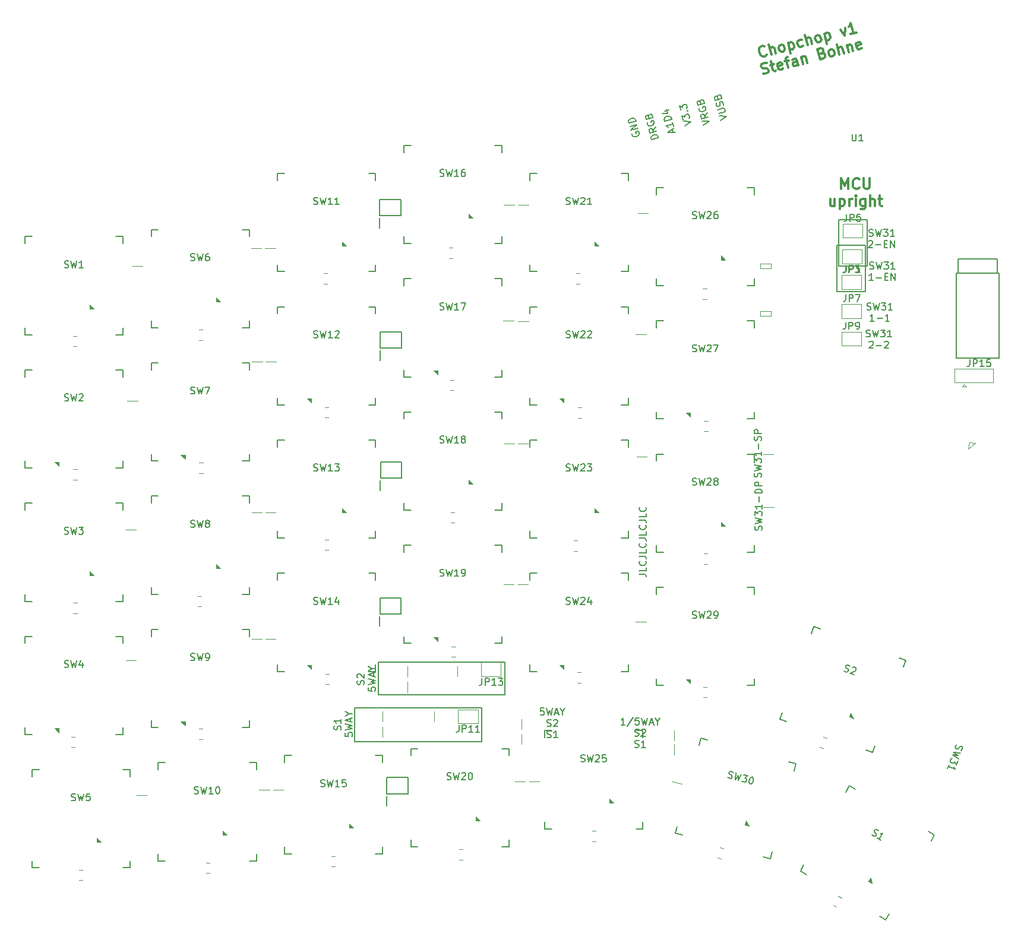
<source format=gbr>
%TF.GenerationSoftware,KiCad,Pcbnew,(6.0.0)*%
%TF.CreationDate,2022-02-08T17:16:42+09:00*%
%TF.ProjectId,brimstone2,6272696d-7374-46f6-9e65-322e6b696361,rev?*%
%TF.SameCoordinates,Original*%
%TF.FileFunction,Legend,Top*%
%TF.FilePolarity,Positive*%
%FSLAX46Y46*%
G04 Gerber Fmt 4.6, Leading zero omitted, Abs format (unit mm)*
G04 Created by KiCad (PCBNEW (6.0.0)) date 2022-02-08 17:16:42*
%MOMM*%
%LPD*%
G01*
G04 APERTURE LIST*
%ADD10C,0.150000*%
%ADD11C,0.200000*%
%ADD12C,0.300000*%
%ADD13C,0.120000*%
%ADD14C,0.100000*%
G04 APERTURE END LIST*
D10*
X84500000Y-128685000D02*
X102670000Y-128685000D01*
X102670000Y-128685000D02*
X102670000Y-133505000D01*
X102670000Y-133505000D02*
X84500000Y-133505000D01*
X84500000Y-133505000D02*
X84500000Y-128685000D01*
X153514998Y-65670002D02*
X157584998Y-65670002D01*
X157584998Y-65670002D02*
X157584998Y-59050002D01*
X157584998Y-59050002D02*
X153514998Y-59050002D01*
X153514998Y-59050002D02*
X153514998Y-65670002D01*
X153294998Y-62710002D02*
X157324998Y-62710002D01*
X157324998Y-62710002D02*
X157324998Y-69290002D01*
X157324998Y-69290002D02*
X153294998Y-69290002D01*
X153294998Y-69290002D02*
X153294998Y-62710002D01*
X87880000Y-122105000D02*
X105970000Y-122105000D01*
X105970000Y-122105000D02*
X105970000Y-126785000D01*
X105970000Y-126785000D02*
X87880000Y-126785000D01*
X87880000Y-126785000D02*
X87880000Y-122105000D01*
X123087142Y-131087380D02*
X122515714Y-131087380D01*
X122801428Y-131087380D02*
X122801428Y-130087380D01*
X122706190Y-130230238D01*
X122610952Y-130325476D01*
X122515714Y-130373095D01*
X124230000Y-130039761D02*
X123372857Y-131325476D01*
X125039523Y-130087380D02*
X124563333Y-130087380D01*
X124515714Y-130563571D01*
X124563333Y-130515952D01*
X124658571Y-130468333D01*
X124896666Y-130468333D01*
X124991904Y-130515952D01*
X125039523Y-130563571D01*
X125087142Y-130658809D01*
X125087142Y-130896904D01*
X125039523Y-130992142D01*
X124991904Y-131039761D01*
X124896666Y-131087380D01*
X124658571Y-131087380D01*
X124563333Y-131039761D01*
X124515714Y-130992142D01*
X125420476Y-130087380D02*
X125658571Y-131087380D01*
X125849047Y-130373095D01*
X126039523Y-131087380D01*
X126277619Y-130087380D01*
X126610952Y-130801666D02*
X127087142Y-130801666D01*
X126515714Y-131087380D02*
X126849047Y-130087380D01*
X127182380Y-131087380D01*
X127706190Y-130611190D02*
X127706190Y-131087380D01*
X127372857Y-130087380D02*
X127706190Y-130611190D01*
X128039523Y-130087380D01*
X124468095Y-132649761D02*
X124610952Y-132697380D01*
X124849047Y-132697380D01*
X124944285Y-132649761D01*
X124991904Y-132602142D01*
X125039523Y-132506904D01*
X125039523Y-132411666D01*
X124991904Y-132316428D01*
X124944285Y-132268809D01*
X124849047Y-132221190D01*
X124658571Y-132173571D01*
X124563333Y-132125952D01*
X124515714Y-132078333D01*
X124468095Y-131983095D01*
X124468095Y-131887857D01*
X124515714Y-131792619D01*
X124563333Y-131745000D01*
X124658571Y-131697380D01*
X124896666Y-131697380D01*
X125039523Y-131745000D01*
X125420476Y-131792619D02*
X125468095Y-131745000D01*
X125563333Y-131697380D01*
X125801428Y-131697380D01*
X125896666Y-131745000D01*
X125944285Y-131792619D01*
X125991904Y-131887857D01*
X125991904Y-131983095D01*
X125944285Y-132125952D01*
X125372857Y-132697380D01*
X125991904Y-132697380D01*
X124468095Y-134259761D02*
X124610952Y-134307380D01*
X124849047Y-134307380D01*
X124944285Y-134259761D01*
X124991904Y-134212142D01*
X125039523Y-134116904D01*
X125039523Y-134021666D01*
X124991904Y-133926428D01*
X124944285Y-133878809D01*
X124849047Y-133831190D01*
X124658571Y-133783571D01*
X124563333Y-133735952D01*
X124515714Y-133688333D01*
X124468095Y-133593095D01*
X124468095Y-133497857D01*
X124515714Y-133402619D01*
X124563333Y-133355000D01*
X124658571Y-133307380D01*
X124896666Y-133307380D01*
X125039523Y-133355000D01*
X125991904Y-134307380D02*
X125420476Y-134307380D01*
X125706190Y-134307380D02*
X125706190Y-133307380D01*
X125610952Y-133450238D01*
X125515714Y-133545476D01*
X125420476Y-133593095D01*
D11*
X142434761Y-95769761D02*
X142482380Y-95626904D01*
X142482380Y-95388809D01*
X142434761Y-95293571D01*
X142387142Y-95245952D01*
X142291904Y-95198333D01*
X142196666Y-95198333D01*
X142101428Y-95245952D01*
X142053809Y-95293571D01*
X142006190Y-95388809D01*
X141958571Y-95579285D01*
X141910952Y-95674523D01*
X141863333Y-95722142D01*
X141768095Y-95769761D01*
X141672857Y-95769761D01*
X141577619Y-95722142D01*
X141530000Y-95674523D01*
X141482380Y-95579285D01*
X141482380Y-95341190D01*
X141530000Y-95198333D01*
X141482380Y-94865000D02*
X142482380Y-94626904D01*
X141768095Y-94436428D01*
X142482380Y-94245952D01*
X141482380Y-94007857D01*
X141482380Y-93722142D02*
X141482380Y-93103095D01*
X141863333Y-93436428D01*
X141863333Y-93293571D01*
X141910952Y-93198333D01*
X141958571Y-93150714D01*
X142053809Y-93103095D01*
X142291904Y-93103095D01*
X142387142Y-93150714D01*
X142434761Y-93198333D01*
X142482380Y-93293571D01*
X142482380Y-93579285D01*
X142434761Y-93674523D01*
X142387142Y-93722142D01*
X142482380Y-92150714D02*
X142482380Y-92722142D01*
X142482380Y-92436428D02*
X141482380Y-92436428D01*
X141625238Y-92531666D01*
X141720476Y-92626904D01*
X141768095Y-92722142D01*
X142101428Y-91722142D02*
X142101428Y-90960238D01*
X142434761Y-90531666D02*
X142482380Y-90388809D01*
X142482380Y-90150714D01*
X142434761Y-90055476D01*
X142387142Y-90007857D01*
X142291904Y-89960238D01*
X142196666Y-89960238D01*
X142101428Y-90007857D01*
X142053809Y-90055476D01*
X142006190Y-90150714D01*
X141958571Y-90341190D01*
X141910952Y-90436428D01*
X141863333Y-90484047D01*
X141768095Y-90531666D01*
X141672857Y-90531666D01*
X141577619Y-90484047D01*
X141530000Y-90436428D01*
X141482380Y-90341190D01*
X141482380Y-90103095D01*
X141530000Y-89960238D01*
X142482380Y-89531666D02*
X141482380Y-89531666D01*
X141482380Y-89150714D01*
X141530000Y-89055476D01*
X141577619Y-89007857D01*
X141672857Y-88960238D01*
X141815714Y-88960238D01*
X141910952Y-89007857D01*
X141958571Y-89055476D01*
X142006190Y-89150714D01*
X142006190Y-89531666D01*
D10*
X85829761Y-125336904D02*
X85877380Y-125194047D01*
X85877380Y-124955952D01*
X85829761Y-124860714D01*
X85782142Y-124813095D01*
X85686904Y-124765476D01*
X85591666Y-124765476D01*
X85496428Y-124813095D01*
X85448809Y-124860714D01*
X85401190Y-124955952D01*
X85353571Y-125146428D01*
X85305952Y-125241666D01*
X85258333Y-125289285D01*
X85163095Y-125336904D01*
X85067857Y-125336904D01*
X84972619Y-125289285D01*
X84925000Y-125241666D01*
X84877380Y-125146428D01*
X84877380Y-124908333D01*
X84925000Y-124765476D01*
X84972619Y-124384523D02*
X84925000Y-124336904D01*
X84877380Y-124241666D01*
X84877380Y-124003571D01*
X84925000Y-123908333D01*
X84972619Y-123860714D01*
X85067857Y-123813095D01*
X85163095Y-123813095D01*
X85305952Y-123860714D01*
X85877380Y-124432142D01*
X85877380Y-123813095D01*
X86487380Y-125765476D02*
X86487380Y-126241666D01*
X86963571Y-126289285D01*
X86915952Y-126241666D01*
X86868333Y-126146428D01*
X86868333Y-125908333D01*
X86915952Y-125813095D01*
X86963571Y-125765476D01*
X87058809Y-125717857D01*
X87296904Y-125717857D01*
X87392142Y-125765476D01*
X87439761Y-125813095D01*
X87487380Y-125908333D01*
X87487380Y-126146428D01*
X87439761Y-126241666D01*
X87392142Y-126289285D01*
X86487380Y-125384523D02*
X87487380Y-125146428D01*
X86773095Y-124955952D01*
X87487380Y-124765476D01*
X86487380Y-124527380D01*
X87201666Y-124194047D02*
X87201666Y-123717857D01*
X87487380Y-124289285D02*
X86487380Y-123955952D01*
X87487380Y-123622619D01*
X87011190Y-123098809D02*
X87487380Y-123098809D01*
X86487380Y-123432142D02*
X87011190Y-123098809D01*
X86487380Y-122765476D01*
D11*
X142534761Y-103323571D02*
X142582380Y-103180714D01*
X142582380Y-102942619D01*
X142534761Y-102847380D01*
X142487142Y-102799761D01*
X142391904Y-102752142D01*
X142296666Y-102752142D01*
X142201428Y-102799761D01*
X142153809Y-102847380D01*
X142106190Y-102942619D01*
X142058571Y-103133095D01*
X142010952Y-103228333D01*
X141963333Y-103275952D01*
X141868095Y-103323571D01*
X141772857Y-103323571D01*
X141677619Y-103275952D01*
X141630000Y-103228333D01*
X141582380Y-103133095D01*
X141582380Y-102895000D01*
X141630000Y-102752142D01*
X141582380Y-102418809D02*
X142582380Y-102180714D01*
X141868095Y-101990238D01*
X142582380Y-101799761D01*
X141582380Y-101561666D01*
X141582380Y-101275952D02*
X141582380Y-100656904D01*
X141963333Y-100990238D01*
X141963333Y-100847380D01*
X142010952Y-100752142D01*
X142058571Y-100704523D01*
X142153809Y-100656904D01*
X142391904Y-100656904D01*
X142487142Y-100704523D01*
X142534761Y-100752142D01*
X142582380Y-100847380D01*
X142582380Y-101133095D01*
X142534761Y-101228333D01*
X142487142Y-101275952D01*
X142582380Y-99704523D02*
X142582380Y-100275952D01*
X142582380Y-99990238D02*
X141582380Y-99990238D01*
X141725238Y-100085476D01*
X141820476Y-100180714D01*
X141868095Y-100275952D01*
X142201428Y-99275952D02*
X142201428Y-98514047D01*
X142582380Y-98037857D02*
X141582380Y-98037857D01*
X141582380Y-97799761D01*
X141630000Y-97656904D01*
X141725238Y-97561666D01*
X141820476Y-97514047D01*
X142010952Y-97466428D01*
X142153809Y-97466428D01*
X142344285Y-97514047D01*
X142439523Y-97561666D01*
X142534761Y-97656904D01*
X142582380Y-97799761D01*
X142582380Y-98037857D01*
X142582380Y-97037857D02*
X141582380Y-97037857D01*
X141582380Y-96656904D01*
X141630000Y-96561666D01*
X141677619Y-96514047D01*
X141772857Y-96466428D01*
X141915714Y-96466428D01*
X142010952Y-96514047D01*
X142058571Y-96561666D01*
X142106190Y-96656904D01*
X142106190Y-97037857D01*
D10*
X111519523Y-128707380D02*
X111043333Y-128707380D01*
X110995714Y-129183571D01*
X111043333Y-129135952D01*
X111138571Y-129088333D01*
X111376666Y-129088333D01*
X111471904Y-129135952D01*
X111519523Y-129183571D01*
X111567142Y-129278809D01*
X111567142Y-129516904D01*
X111519523Y-129612142D01*
X111471904Y-129659761D01*
X111376666Y-129707380D01*
X111138571Y-129707380D01*
X111043333Y-129659761D01*
X110995714Y-129612142D01*
X111900476Y-128707380D02*
X112138571Y-129707380D01*
X112329047Y-128993095D01*
X112519523Y-129707380D01*
X112757619Y-128707380D01*
X113090952Y-129421666D02*
X113567142Y-129421666D01*
X112995714Y-129707380D02*
X113329047Y-128707380D01*
X113662380Y-129707380D01*
X114186190Y-129231190D02*
X114186190Y-129707380D01*
X113852857Y-128707380D02*
X114186190Y-129231190D01*
X114519523Y-128707380D01*
X111948095Y-131269761D02*
X112090952Y-131317380D01*
X112329047Y-131317380D01*
X112424285Y-131269761D01*
X112471904Y-131222142D01*
X112519523Y-131126904D01*
X112519523Y-131031666D01*
X112471904Y-130936428D01*
X112424285Y-130888809D01*
X112329047Y-130841190D01*
X112138571Y-130793571D01*
X112043333Y-130745952D01*
X111995714Y-130698333D01*
X111948095Y-130603095D01*
X111948095Y-130507857D01*
X111995714Y-130412619D01*
X112043333Y-130365000D01*
X112138571Y-130317380D01*
X112376666Y-130317380D01*
X112519523Y-130365000D01*
X112900476Y-130412619D02*
X112948095Y-130365000D01*
X113043333Y-130317380D01*
X113281428Y-130317380D01*
X113376666Y-130365000D01*
X113424285Y-130412619D01*
X113471904Y-130507857D01*
X113471904Y-130603095D01*
X113424285Y-130745952D01*
X112852857Y-131317380D01*
X113471904Y-131317380D01*
X111948095Y-132879761D02*
X112090952Y-132927380D01*
X112329047Y-132927380D01*
X112424285Y-132879761D01*
X112471904Y-132832142D01*
X112519523Y-132736904D01*
X112519523Y-132641666D01*
X112471904Y-132546428D01*
X112424285Y-132498809D01*
X112329047Y-132451190D01*
X112138571Y-132403571D01*
X112043333Y-132355952D01*
X111995714Y-132308333D01*
X111948095Y-132213095D01*
X111948095Y-132117857D01*
X111995714Y-132022619D01*
X112043333Y-131975000D01*
X112138571Y-131927380D01*
X112376666Y-131927380D01*
X112519523Y-131975000D01*
X113471904Y-132927380D02*
X112900476Y-132927380D01*
X113186190Y-132927380D02*
X113186190Y-131927380D01*
X113090952Y-132070238D01*
X112995714Y-132165476D01*
X112900476Y-132213095D01*
D11*
X125092380Y-109609047D02*
X125806666Y-109609047D01*
X125949523Y-109656666D01*
X126044761Y-109751904D01*
X126092380Y-109894761D01*
X126092380Y-109990000D01*
X126092380Y-108656666D02*
X126092380Y-109132857D01*
X125092380Y-109132857D01*
X125997142Y-107751904D02*
X126044761Y-107799523D01*
X126092380Y-107942380D01*
X126092380Y-108037619D01*
X126044761Y-108180476D01*
X125949523Y-108275714D01*
X125854285Y-108323333D01*
X125663809Y-108370952D01*
X125520952Y-108370952D01*
X125330476Y-108323333D01*
X125235238Y-108275714D01*
X125140000Y-108180476D01*
X125092380Y-108037619D01*
X125092380Y-107942380D01*
X125140000Y-107799523D01*
X125187619Y-107751904D01*
X125092380Y-107037619D02*
X125806666Y-107037619D01*
X125949523Y-107085238D01*
X126044761Y-107180476D01*
X126092380Y-107323333D01*
X126092380Y-107418571D01*
X126092380Y-106085238D02*
X126092380Y-106561428D01*
X125092380Y-106561428D01*
X125997142Y-105180476D02*
X126044761Y-105228095D01*
X126092380Y-105370952D01*
X126092380Y-105466190D01*
X126044761Y-105609047D01*
X125949523Y-105704285D01*
X125854285Y-105751904D01*
X125663809Y-105799523D01*
X125520952Y-105799523D01*
X125330476Y-105751904D01*
X125235238Y-105704285D01*
X125140000Y-105609047D01*
X125092380Y-105466190D01*
X125092380Y-105370952D01*
X125140000Y-105228095D01*
X125187619Y-105180476D01*
X125092380Y-104466190D02*
X125806666Y-104466190D01*
X125949523Y-104513809D01*
X126044761Y-104609047D01*
X126092380Y-104751904D01*
X126092380Y-104847142D01*
X126092380Y-103513809D02*
X126092380Y-103990000D01*
X125092380Y-103990000D01*
X125997142Y-102609047D02*
X126044761Y-102656666D01*
X126092380Y-102799523D01*
X126092380Y-102894761D01*
X126044761Y-103037619D01*
X125949523Y-103132857D01*
X125854285Y-103180476D01*
X125663809Y-103228095D01*
X125520952Y-103228095D01*
X125330476Y-103180476D01*
X125235238Y-103132857D01*
X125140000Y-103037619D01*
X125092380Y-102894761D01*
X125092380Y-102799523D01*
X125140000Y-102656666D01*
X125187619Y-102609047D01*
X125092380Y-101894761D02*
X125806666Y-101894761D01*
X125949523Y-101942380D01*
X126044761Y-102037619D01*
X126092380Y-102180476D01*
X126092380Y-102275714D01*
X126092380Y-100942380D02*
X126092380Y-101418571D01*
X125092380Y-101418571D01*
X125997142Y-100037619D02*
X126044761Y-100085238D01*
X126092380Y-100228095D01*
X126092380Y-100323333D01*
X126044761Y-100466190D01*
X125949523Y-100561428D01*
X125854285Y-100609047D01*
X125663809Y-100656666D01*
X125520952Y-100656666D01*
X125330476Y-100609047D01*
X125235238Y-100561428D01*
X125140000Y-100466190D01*
X125092380Y-100323333D01*
X125092380Y-100228095D01*
X125140000Y-100085238D01*
X125187619Y-100037619D01*
D10*
X157570474Y-71879763D02*
X157713331Y-71927382D01*
X157951426Y-71927382D01*
X158046664Y-71879763D01*
X158094283Y-71832144D01*
X158141902Y-71736906D01*
X158141902Y-71641668D01*
X158094283Y-71546430D01*
X158046664Y-71498811D01*
X157951426Y-71451192D01*
X157760950Y-71403573D01*
X157665712Y-71355954D01*
X157618093Y-71308335D01*
X157570474Y-71213097D01*
X157570474Y-71117859D01*
X157618093Y-71022621D01*
X157665712Y-70975002D01*
X157760950Y-70927382D01*
X157999045Y-70927382D01*
X158141902Y-70975002D01*
X158475236Y-70927382D02*
X158713331Y-71927382D01*
X158903807Y-71213097D01*
X159094283Y-71927382D01*
X159332378Y-70927382D01*
X159618093Y-70927382D02*
X160237140Y-70927382D01*
X159903807Y-71308335D01*
X160046664Y-71308335D01*
X160141902Y-71355954D01*
X160189521Y-71403573D01*
X160237140Y-71498811D01*
X160237140Y-71736906D01*
X160189521Y-71832144D01*
X160141902Y-71879763D01*
X160046664Y-71927382D01*
X159760950Y-71927382D01*
X159665712Y-71879763D01*
X159618093Y-71832144D01*
X161189521Y-71927382D02*
X160618093Y-71927382D01*
X160903807Y-71927382D02*
X160903807Y-70927382D01*
X160808569Y-71070240D01*
X160713331Y-71165478D01*
X160618093Y-71213097D01*
X158570474Y-73537382D02*
X157999045Y-73537382D01*
X158284759Y-73537382D02*
X158284759Y-72537382D01*
X158189521Y-72680240D01*
X158094283Y-72775478D01*
X157999045Y-72823097D01*
X158999045Y-73156430D02*
X159760950Y-73156430D01*
X160760950Y-73537382D02*
X160189521Y-73537382D01*
X160475236Y-73537382D02*
X160475236Y-72537382D01*
X160379998Y-72680240D01*
X160284759Y-72775478D01*
X160189521Y-72823097D01*
X157940474Y-66059763D02*
X158083331Y-66107382D01*
X158321426Y-66107382D01*
X158416664Y-66059763D01*
X158464283Y-66012144D01*
X158511902Y-65916906D01*
X158511902Y-65821668D01*
X158464283Y-65726430D01*
X158416664Y-65678811D01*
X158321426Y-65631192D01*
X158130950Y-65583573D01*
X158035712Y-65535954D01*
X157988093Y-65488335D01*
X157940474Y-65393097D01*
X157940474Y-65297859D01*
X157988093Y-65202621D01*
X158035712Y-65155002D01*
X158130950Y-65107382D01*
X158369045Y-65107382D01*
X158511902Y-65155002D01*
X158845236Y-65107382D02*
X159083331Y-66107382D01*
X159273807Y-65393097D01*
X159464283Y-66107382D01*
X159702378Y-65107382D01*
X159988093Y-65107382D02*
X160607140Y-65107382D01*
X160273807Y-65488335D01*
X160416664Y-65488335D01*
X160511902Y-65535954D01*
X160559521Y-65583573D01*
X160607140Y-65678811D01*
X160607140Y-65916906D01*
X160559521Y-66012144D01*
X160511902Y-66059763D01*
X160416664Y-66107382D01*
X160130950Y-66107382D01*
X160035712Y-66059763D01*
X159988093Y-66012144D01*
X161559521Y-66107382D02*
X160988093Y-66107382D01*
X161273807Y-66107382D02*
X161273807Y-65107382D01*
X161178569Y-65250240D01*
X161083331Y-65345478D01*
X160988093Y-65393097D01*
X158440474Y-67717382D02*
X157869045Y-67717382D01*
X158154759Y-67717382D02*
X158154759Y-66717382D01*
X158059521Y-66860240D01*
X157964283Y-66955478D01*
X157869045Y-67003097D01*
X158869045Y-67336430D02*
X159630950Y-67336430D01*
X160107140Y-67193573D02*
X160440474Y-67193573D01*
X160583331Y-67717382D02*
X160107140Y-67717382D01*
X160107140Y-66717382D01*
X160583331Y-66717382D01*
X161011902Y-67717382D02*
X161011902Y-66717382D01*
X161583331Y-67717382D01*
X161583331Y-66717382D01*
X157860474Y-61379763D02*
X158003331Y-61427382D01*
X158241426Y-61427382D01*
X158336664Y-61379763D01*
X158384283Y-61332144D01*
X158431902Y-61236906D01*
X158431902Y-61141668D01*
X158384283Y-61046430D01*
X158336664Y-60998811D01*
X158241426Y-60951192D01*
X158050950Y-60903573D01*
X157955712Y-60855954D01*
X157908093Y-60808335D01*
X157860474Y-60713097D01*
X157860474Y-60617859D01*
X157908093Y-60522621D01*
X157955712Y-60475002D01*
X158050950Y-60427382D01*
X158289045Y-60427382D01*
X158431902Y-60475002D01*
X158765236Y-60427382D02*
X159003331Y-61427382D01*
X159193807Y-60713097D01*
X159384283Y-61427382D01*
X159622378Y-60427382D01*
X159908093Y-60427382D02*
X160527140Y-60427382D01*
X160193807Y-60808335D01*
X160336664Y-60808335D01*
X160431902Y-60855954D01*
X160479521Y-60903573D01*
X160527140Y-60998811D01*
X160527140Y-61236906D01*
X160479521Y-61332144D01*
X160431902Y-61379763D01*
X160336664Y-61427382D01*
X160050950Y-61427382D01*
X159955712Y-61379763D01*
X159908093Y-61332144D01*
X161479521Y-61427382D02*
X160908093Y-61427382D01*
X161193807Y-61427382D02*
X161193807Y-60427382D01*
X161098569Y-60570240D01*
X161003331Y-60665478D01*
X160908093Y-60713097D01*
X157789045Y-62132621D02*
X157836664Y-62085002D01*
X157931902Y-62037382D01*
X158169998Y-62037382D01*
X158265236Y-62085002D01*
X158312855Y-62132621D01*
X158360474Y-62227859D01*
X158360474Y-62323097D01*
X158312855Y-62465954D01*
X157741426Y-63037382D01*
X158360474Y-63037382D01*
X158789045Y-62656430D02*
X159550950Y-62656430D01*
X160027140Y-62513573D02*
X160360474Y-62513573D01*
X160503331Y-63037382D02*
X160027140Y-63037382D01*
X160027140Y-62037382D01*
X160503331Y-62037382D01*
X160931902Y-63037382D02*
X160931902Y-62037382D01*
X161503331Y-63037382D01*
X161503331Y-62037382D01*
D12*
X153884285Y-54671071D02*
X153884285Y-53171071D01*
X154384285Y-54242500D01*
X154884285Y-53171071D01*
X154884285Y-54671071D01*
X156455714Y-54528214D02*
X156384285Y-54599642D01*
X156170000Y-54671071D01*
X156027142Y-54671071D01*
X155812857Y-54599642D01*
X155670000Y-54456785D01*
X155598571Y-54313928D01*
X155527142Y-54028214D01*
X155527142Y-53813928D01*
X155598571Y-53528214D01*
X155670000Y-53385357D01*
X155812857Y-53242500D01*
X156027142Y-53171071D01*
X156170000Y-53171071D01*
X156384285Y-53242500D01*
X156455714Y-53313928D01*
X157098571Y-53171071D02*
X157098571Y-54385357D01*
X157170000Y-54528214D01*
X157241428Y-54599642D01*
X157384285Y-54671071D01*
X157670000Y-54671071D01*
X157812857Y-54599642D01*
X157884285Y-54528214D01*
X157955714Y-54385357D01*
X157955714Y-53171071D01*
X152955714Y-56086071D02*
X152955714Y-57086071D01*
X152312857Y-56086071D02*
X152312857Y-56871785D01*
X152384285Y-57014642D01*
X152527142Y-57086071D01*
X152741428Y-57086071D01*
X152884285Y-57014642D01*
X152955714Y-56943214D01*
X153670000Y-56086071D02*
X153670000Y-57586071D01*
X153670000Y-56157500D02*
X153812857Y-56086071D01*
X154098571Y-56086071D01*
X154241428Y-56157500D01*
X154312857Y-56228928D01*
X154384285Y-56371785D01*
X154384285Y-56800357D01*
X154312857Y-56943214D01*
X154241428Y-57014642D01*
X154098571Y-57086071D01*
X153812857Y-57086071D01*
X153670000Y-57014642D01*
X155027142Y-57086071D02*
X155027142Y-56086071D01*
X155027142Y-56371785D02*
X155098571Y-56228928D01*
X155170000Y-56157500D01*
X155312857Y-56086071D01*
X155455714Y-56086071D01*
X155955714Y-57086071D02*
X155955714Y-56086071D01*
X155955714Y-55586071D02*
X155884285Y-55657500D01*
X155955714Y-55728928D01*
X156027142Y-55657500D01*
X155955714Y-55586071D01*
X155955714Y-55728928D01*
X157312857Y-56086071D02*
X157312857Y-57300357D01*
X157241428Y-57443214D01*
X157170000Y-57514642D01*
X157027142Y-57586071D01*
X156812857Y-57586071D01*
X156670000Y-57514642D01*
X157312857Y-57014642D02*
X157170000Y-57086071D01*
X156884285Y-57086071D01*
X156741428Y-57014642D01*
X156670000Y-56943214D01*
X156598571Y-56800357D01*
X156598571Y-56371785D01*
X156670000Y-56228928D01*
X156741428Y-56157500D01*
X156884285Y-56086071D01*
X157170000Y-56086071D01*
X157312857Y-56157500D01*
X158027142Y-57086071D02*
X158027142Y-55586071D01*
X158670000Y-57086071D02*
X158670000Y-56300357D01*
X158598571Y-56157500D01*
X158455714Y-56086071D01*
X158241428Y-56086071D01*
X158098571Y-56157500D01*
X158027142Y-56228928D01*
X159170000Y-56086071D02*
X159741428Y-56086071D01*
X159384285Y-55586071D02*
X159384285Y-56871785D01*
X159455714Y-57014642D01*
X159598571Y-57086071D01*
X159741428Y-57086071D01*
D10*
X82539761Y-131786904D02*
X82587380Y-131644047D01*
X82587380Y-131405952D01*
X82539761Y-131310714D01*
X82492142Y-131263095D01*
X82396904Y-131215476D01*
X82301666Y-131215476D01*
X82206428Y-131263095D01*
X82158809Y-131310714D01*
X82111190Y-131405952D01*
X82063571Y-131596428D01*
X82015952Y-131691666D01*
X81968333Y-131739285D01*
X81873095Y-131786904D01*
X81777857Y-131786904D01*
X81682619Y-131739285D01*
X81635000Y-131691666D01*
X81587380Y-131596428D01*
X81587380Y-131358333D01*
X81635000Y-131215476D01*
X82587380Y-130263095D02*
X82587380Y-130834523D01*
X82587380Y-130548809D02*
X81587380Y-130548809D01*
X81730238Y-130644047D01*
X81825476Y-130739285D01*
X81873095Y-130834523D01*
X83197380Y-132215476D02*
X83197380Y-132691666D01*
X83673571Y-132739285D01*
X83625952Y-132691666D01*
X83578333Y-132596428D01*
X83578333Y-132358333D01*
X83625952Y-132263095D01*
X83673571Y-132215476D01*
X83768809Y-132167857D01*
X84006904Y-132167857D01*
X84102142Y-132215476D01*
X84149761Y-132263095D01*
X84197380Y-132358333D01*
X84197380Y-132596428D01*
X84149761Y-132691666D01*
X84102142Y-132739285D01*
X83197380Y-131834523D02*
X84197380Y-131596428D01*
X83483095Y-131405952D01*
X84197380Y-131215476D01*
X83197380Y-130977380D01*
X83911666Y-130644047D02*
X83911666Y-130167857D01*
X84197380Y-130739285D02*
X83197380Y-130405952D01*
X84197380Y-130072619D01*
X83721190Y-129548809D02*
X84197380Y-129548809D01*
X83197380Y-129882142D02*
X83721190Y-129548809D01*
X83197380Y-129215476D01*
D12*
X143270730Y-35540888D02*
X143219461Y-35627926D01*
X143029885Y-35750732D01*
X142891578Y-35786501D01*
X142666233Y-35771000D01*
X142492158Y-35668462D01*
X142387236Y-35548040D01*
X142246545Y-35289310D01*
X142192893Y-35081850D01*
X142190509Y-34787352D01*
X142223894Y-34631161D01*
X142326432Y-34457086D01*
X142516008Y-34334280D01*
X142654315Y-34298511D01*
X142879659Y-34314012D01*
X142966697Y-34365281D01*
X143928879Y-35518237D02*
X143553309Y-34066015D01*
X144551260Y-35357278D02*
X144354532Y-34596591D01*
X144249610Y-34476168D01*
X144093419Y-34442783D01*
X143885959Y-34496436D01*
X143765537Y-34601358D01*
X143714267Y-34688396D01*
X145450254Y-35124782D02*
X145294063Y-35091398D01*
X145207025Y-35040128D01*
X145102103Y-34919706D01*
X144994797Y-34504786D01*
X145028182Y-34348594D01*
X145079451Y-34261557D01*
X145199874Y-34156635D01*
X145407334Y-34102982D01*
X145563525Y-34136367D01*
X145650563Y-34187636D01*
X145755485Y-34308058D01*
X145862790Y-34722979D01*
X145829406Y-34879170D01*
X145778136Y-34966208D01*
X145657714Y-35071130D01*
X145450254Y-35124782D01*
X146306328Y-33870486D02*
X146681898Y-35322708D01*
X146324212Y-33939640D02*
X146444635Y-33834718D01*
X146721249Y-33763180D01*
X146877440Y-33796565D01*
X146964477Y-33847834D01*
X147069399Y-33968257D01*
X147176705Y-34383177D01*
X147143320Y-34539368D01*
X147092051Y-34626406D01*
X146971629Y-34731328D01*
X146695015Y-34802865D01*
X146538824Y-34769480D01*
X148475119Y-34268720D02*
X148354697Y-34373642D01*
X148078083Y-34445180D01*
X147921892Y-34411795D01*
X147834854Y-34360526D01*
X147729932Y-34240103D01*
X147622627Y-33825183D01*
X147656011Y-33668992D01*
X147707281Y-33581954D01*
X147827703Y-33477032D01*
X148104317Y-33405495D01*
X148260508Y-33438880D01*
X149115384Y-34176915D02*
X148739814Y-32724694D01*
X149737765Y-34015957D02*
X149541038Y-33255269D01*
X149436116Y-33134847D01*
X149279925Y-33101462D01*
X149072464Y-33155115D01*
X148952042Y-33260037D01*
X148900773Y-33347074D01*
X150636759Y-33783461D02*
X150480568Y-33750076D01*
X150393530Y-33698807D01*
X150288608Y-33578384D01*
X150181303Y-33163464D01*
X150214687Y-33007273D01*
X150265956Y-32920235D01*
X150386379Y-32815313D01*
X150593839Y-32761660D01*
X150750030Y-32795045D01*
X150837068Y-32846314D01*
X150941990Y-32966737D01*
X151049296Y-33381657D01*
X151015911Y-33537848D01*
X150964642Y-33624886D01*
X150844219Y-33729808D01*
X150636759Y-33783461D01*
X151492833Y-32529165D02*
X151868403Y-33981386D01*
X151510718Y-32598318D02*
X151631140Y-32493396D01*
X151907754Y-32421859D01*
X152063945Y-32455244D01*
X152150983Y-32506513D01*
X152255905Y-32626935D01*
X152363210Y-33041856D01*
X152329825Y-33198047D01*
X152278556Y-33285085D01*
X152158134Y-33390007D01*
X151881520Y-33461544D01*
X151725329Y-33428159D01*
X153774896Y-31938983D02*
X154371043Y-32817710D01*
X154466430Y-31760140D01*
X156030724Y-32388487D02*
X155200884Y-32603098D01*
X155615804Y-32495792D02*
X155240234Y-31043571D01*
X155155580Y-31286800D01*
X155053042Y-31460875D01*
X154932619Y-31565797D01*
X142752251Y-38243210D02*
X142977595Y-38258710D01*
X143323362Y-38169289D01*
X143443785Y-38064367D01*
X143495054Y-37977329D01*
X143528439Y-37821138D01*
X143492670Y-37682831D01*
X143387748Y-37562409D01*
X143300711Y-37511140D01*
X143144519Y-37477755D01*
X142850022Y-37480138D01*
X142693830Y-37446754D01*
X142606793Y-37395484D01*
X142501871Y-37275062D01*
X142466102Y-37136755D01*
X142499487Y-36980564D01*
X142550756Y-36893526D01*
X142671179Y-36788604D01*
X143016946Y-36699183D01*
X143242290Y-36714684D01*
X143764516Y-37022298D02*
X144317744Y-36879224D01*
X143846787Y-36484572D02*
X144168704Y-37729333D01*
X144273626Y-37849755D01*
X144429817Y-37883140D01*
X144568124Y-37847372D01*
X145587540Y-37509954D02*
X145467118Y-37614876D01*
X145190504Y-37686413D01*
X145034313Y-37653028D01*
X144929391Y-37532606D01*
X144786317Y-36979378D01*
X144819702Y-36823187D01*
X144940124Y-36718265D01*
X145216738Y-36646728D01*
X145372929Y-36680113D01*
X145477851Y-36800536D01*
X145513619Y-36938842D01*
X144857854Y-37255992D01*
X145839118Y-36485770D02*
X146392346Y-36342695D01*
X146296959Y-37400264D02*
X145975042Y-36155503D01*
X146008426Y-35999312D01*
X146128849Y-35894390D01*
X146267156Y-35858622D01*
X147749180Y-37024694D02*
X147552453Y-36264007D01*
X147447531Y-36143584D01*
X147291340Y-36110200D01*
X147014726Y-36181737D01*
X146894304Y-36286659D01*
X147731296Y-36955541D02*
X147610873Y-37060463D01*
X147265106Y-37149884D01*
X147108915Y-37116500D01*
X147003993Y-36996077D01*
X146968225Y-36857770D01*
X147001610Y-36701579D01*
X147122032Y-36596657D01*
X147467799Y-36507236D01*
X147588222Y-36402314D01*
X148190334Y-35877704D02*
X148440714Y-36845852D01*
X148226103Y-36016011D02*
X148277372Y-35928973D01*
X148397794Y-35824051D01*
X148605255Y-35770398D01*
X148761446Y-35803783D01*
X148866368Y-35924206D01*
X149063095Y-36684893D01*
X151148430Y-35334024D02*
X151373774Y-35349525D01*
X151460812Y-35400794D01*
X151565734Y-35521216D01*
X151619387Y-35728676D01*
X151586002Y-35884868D01*
X151534733Y-35971905D01*
X151414310Y-36076827D01*
X150861083Y-36219902D01*
X150485513Y-34767680D01*
X150969587Y-34642490D01*
X151125778Y-34675875D01*
X151212816Y-34727144D01*
X151317738Y-34847567D01*
X151353506Y-34985873D01*
X151320122Y-35142064D01*
X151268852Y-35229102D01*
X151148430Y-35334024D01*
X150664356Y-35459214D01*
X152520765Y-35790679D02*
X152364574Y-35757294D01*
X152277536Y-35706025D01*
X152172614Y-35585602D01*
X152065308Y-35170682D01*
X152098693Y-35014491D01*
X152149962Y-34927453D01*
X152270385Y-34822531D01*
X152477845Y-34768878D01*
X152634036Y-34802263D01*
X152721074Y-34853532D01*
X152825996Y-34973955D01*
X152933302Y-35388875D01*
X152899917Y-35545066D01*
X152848648Y-35632104D01*
X152728225Y-35737026D01*
X152520765Y-35790679D01*
X153627219Y-35504530D02*
X153251649Y-34052309D01*
X154249600Y-35343572D02*
X154052873Y-34582884D01*
X153947951Y-34462462D01*
X153791760Y-34429077D01*
X153584300Y-34482730D01*
X153463877Y-34587652D01*
X153412608Y-34674689D01*
X154690754Y-34196581D02*
X154941134Y-35164729D01*
X154726523Y-34334888D02*
X154777792Y-34247850D01*
X154898214Y-34142928D01*
X155105674Y-34089275D01*
X155261866Y-34122660D01*
X155366788Y-34243083D01*
X155563515Y-35003770D01*
X156790392Y-34612700D02*
X156669969Y-34717622D01*
X156393355Y-34789159D01*
X156237164Y-34755774D01*
X156132242Y-34635351D01*
X155989168Y-34082124D01*
X156022553Y-33925933D01*
X156142975Y-33821011D01*
X156419589Y-33749474D01*
X156575780Y-33782859D01*
X156680702Y-33903281D01*
X156716471Y-34041588D01*
X156060705Y-34358738D01*
D10*
X157450474Y-75739763D02*
X157593331Y-75787382D01*
X157831426Y-75787382D01*
X157926664Y-75739763D01*
X157974283Y-75692144D01*
X158021902Y-75596906D01*
X158021902Y-75501668D01*
X157974283Y-75406430D01*
X157926664Y-75358811D01*
X157831426Y-75311192D01*
X157640950Y-75263573D01*
X157545712Y-75215954D01*
X157498093Y-75168335D01*
X157450474Y-75073097D01*
X157450474Y-74977859D01*
X157498093Y-74882621D01*
X157545712Y-74835002D01*
X157640950Y-74787382D01*
X157879045Y-74787382D01*
X158021902Y-74835002D01*
X158355236Y-74787382D02*
X158593331Y-75787382D01*
X158783807Y-75073097D01*
X158974283Y-75787382D01*
X159212378Y-74787382D01*
X159498093Y-74787382D02*
X160117140Y-74787382D01*
X159783807Y-75168335D01*
X159926664Y-75168335D01*
X160021902Y-75215954D01*
X160069521Y-75263573D01*
X160117140Y-75358811D01*
X160117140Y-75596906D01*
X160069521Y-75692144D01*
X160021902Y-75739763D01*
X159926664Y-75787382D01*
X159640950Y-75787382D01*
X159545712Y-75739763D01*
X159498093Y-75692144D01*
X161069521Y-75787382D02*
X160498093Y-75787382D01*
X160783807Y-75787382D02*
X160783807Y-74787382D01*
X160688569Y-74930240D01*
X160593331Y-75025478D01*
X160498093Y-75073097D01*
X157879045Y-76492621D02*
X157926664Y-76445002D01*
X158021902Y-76397382D01*
X158259998Y-76397382D01*
X158355236Y-76445002D01*
X158402855Y-76492621D01*
X158450474Y-76587859D01*
X158450474Y-76683097D01*
X158402855Y-76825954D01*
X157831426Y-77397382D01*
X158450474Y-77397382D01*
X158879045Y-77016430D02*
X159640950Y-77016430D01*
X160069521Y-76492621D02*
X160117140Y-76445002D01*
X160212378Y-76397382D01*
X160450474Y-76397382D01*
X160545712Y-76445002D01*
X160593331Y-76492621D01*
X160640950Y-76587859D01*
X160640950Y-76683097D01*
X160593331Y-76825954D01*
X160021902Y-77397382D01*
X160640950Y-77397382D01*
%TO.C,SW7*%
X61166666Y-83859761D02*
X61309523Y-83907380D01*
X61547619Y-83907380D01*
X61642857Y-83859761D01*
X61690476Y-83812142D01*
X61738095Y-83716904D01*
X61738095Y-83621666D01*
X61690476Y-83526428D01*
X61642857Y-83478809D01*
X61547619Y-83431190D01*
X61357142Y-83383571D01*
X61261904Y-83335952D01*
X61214285Y-83288333D01*
X61166666Y-83193095D01*
X61166666Y-83097857D01*
X61214285Y-83002619D01*
X61261904Y-82955000D01*
X61357142Y-82907380D01*
X61595238Y-82907380D01*
X61738095Y-82955000D01*
X62071428Y-82907380D02*
X62309523Y-83907380D01*
X62500000Y-83193095D01*
X62690476Y-83907380D01*
X62928571Y-82907380D01*
X63214285Y-82907380D02*
X63880952Y-82907380D01*
X63452380Y-83907380D01*
%TO.C,SW8*%
X61166666Y-102859761D02*
X61309523Y-102907380D01*
X61547619Y-102907380D01*
X61642857Y-102859761D01*
X61690476Y-102812142D01*
X61738095Y-102716904D01*
X61738095Y-102621666D01*
X61690476Y-102526428D01*
X61642857Y-102478809D01*
X61547619Y-102431190D01*
X61357142Y-102383571D01*
X61261904Y-102335952D01*
X61214285Y-102288333D01*
X61166666Y-102193095D01*
X61166666Y-102097857D01*
X61214285Y-102002619D01*
X61261904Y-101955000D01*
X61357142Y-101907380D01*
X61595238Y-101907380D01*
X61738095Y-101955000D01*
X62071428Y-101907380D02*
X62309523Y-102907380D01*
X62500000Y-102193095D01*
X62690476Y-102907380D01*
X62928571Y-101907380D01*
X63452380Y-102335952D02*
X63357142Y-102288333D01*
X63309523Y-102240714D01*
X63261904Y-102145476D01*
X63261904Y-102097857D01*
X63309523Y-102002619D01*
X63357142Y-101955000D01*
X63452380Y-101907380D01*
X63642857Y-101907380D01*
X63738095Y-101955000D01*
X63785714Y-102002619D01*
X63833333Y-102097857D01*
X63833333Y-102145476D01*
X63785714Y-102240714D01*
X63738095Y-102288333D01*
X63642857Y-102335952D01*
X63452380Y-102335952D01*
X63357142Y-102383571D01*
X63309523Y-102431190D01*
X63261904Y-102526428D01*
X63261904Y-102716904D01*
X63309523Y-102812142D01*
X63357142Y-102859761D01*
X63452380Y-102907380D01*
X63642857Y-102907380D01*
X63738095Y-102859761D01*
X63785714Y-102812142D01*
X63833333Y-102716904D01*
X63833333Y-102526428D01*
X63785714Y-102431190D01*
X63738095Y-102383571D01*
X63642857Y-102335952D01*
%TO.C,SW14*%
X78690476Y-113859761D02*
X78833333Y-113907380D01*
X79071428Y-113907380D01*
X79166666Y-113859761D01*
X79214285Y-113812142D01*
X79261904Y-113716904D01*
X79261904Y-113621666D01*
X79214285Y-113526428D01*
X79166666Y-113478809D01*
X79071428Y-113431190D01*
X78880952Y-113383571D01*
X78785714Y-113335952D01*
X78738095Y-113288333D01*
X78690476Y-113193095D01*
X78690476Y-113097857D01*
X78738095Y-113002619D01*
X78785714Y-112955000D01*
X78880952Y-112907380D01*
X79119047Y-112907380D01*
X79261904Y-112955000D01*
X79595238Y-112907380D02*
X79833333Y-113907380D01*
X80023809Y-113193095D01*
X80214285Y-113907380D01*
X80452380Y-112907380D01*
X81357142Y-113907380D02*
X80785714Y-113907380D01*
X81071428Y-113907380D02*
X81071428Y-112907380D01*
X80976190Y-113050238D01*
X80880952Y-113145476D01*
X80785714Y-113193095D01*
X82214285Y-113240714D02*
X82214285Y-113907380D01*
X81976190Y-112859761D02*
X81738095Y-113574047D01*
X82357142Y-113574047D01*
%TO.C,SW5*%
X44166666Y-141859761D02*
X44309523Y-141907380D01*
X44547619Y-141907380D01*
X44642857Y-141859761D01*
X44690476Y-141812142D01*
X44738095Y-141716904D01*
X44738095Y-141621666D01*
X44690476Y-141526428D01*
X44642857Y-141478809D01*
X44547619Y-141431190D01*
X44357142Y-141383571D01*
X44261904Y-141335952D01*
X44214285Y-141288333D01*
X44166666Y-141193095D01*
X44166666Y-141097857D01*
X44214285Y-141002619D01*
X44261904Y-140955000D01*
X44357142Y-140907380D01*
X44595238Y-140907380D01*
X44738095Y-140955000D01*
X45071428Y-140907380D02*
X45309523Y-141907380D01*
X45500000Y-141193095D01*
X45690476Y-141907380D01*
X45928571Y-140907380D01*
X46785714Y-140907380D02*
X46309523Y-140907380D01*
X46261904Y-141383571D01*
X46309523Y-141335952D01*
X46404761Y-141288333D01*
X46642857Y-141288333D01*
X46738095Y-141335952D01*
X46785714Y-141383571D01*
X46833333Y-141478809D01*
X46833333Y-141716904D01*
X46785714Y-141812142D01*
X46738095Y-141859761D01*
X46642857Y-141907380D01*
X46404761Y-141907380D01*
X46309523Y-141859761D01*
X46261904Y-141812142D01*
%TO.C,JP9*%
X154506666Y-73682380D02*
X154506666Y-74396666D01*
X154459047Y-74539523D01*
X154363809Y-74634761D01*
X154220952Y-74682380D01*
X154125714Y-74682380D01*
X154982857Y-74682380D02*
X154982857Y-73682380D01*
X155363809Y-73682380D01*
X155459047Y-73730000D01*
X155506666Y-73777619D01*
X155554285Y-73872857D01*
X155554285Y-74015714D01*
X155506666Y-74110952D01*
X155459047Y-74158571D01*
X155363809Y-74206190D01*
X154982857Y-74206190D01*
X156030476Y-74682380D02*
X156220952Y-74682380D01*
X156316190Y-74634761D01*
X156363809Y-74587142D01*
X156459047Y-74444285D01*
X156506666Y-74253809D01*
X156506666Y-73872857D01*
X156459047Y-73777619D01*
X156411428Y-73730000D01*
X156316190Y-73682380D01*
X156125714Y-73682380D01*
X156030476Y-73730000D01*
X155982857Y-73777619D01*
X155935238Y-73872857D01*
X155935238Y-74110952D01*
X155982857Y-74206190D01*
X156030476Y-74253809D01*
X156125714Y-74301428D01*
X156316190Y-74301428D01*
X156411428Y-74253809D01*
X156459047Y-74206190D01*
X156506666Y-74110952D01*
%TO.C,SW30*%
X137730030Y-138582769D02*
X137855694Y-138665740D01*
X138085677Y-138727363D01*
X138189994Y-138706016D01*
X138248315Y-138672345D01*
X138318961Y-138592676D01*
X138343611Y-138500684D01*
X138322264Y-138396366D01*
X138288592Y-138338045D01*
X138208924Y-138267399D01*
X138037263Y-138172103D01*
X137957594Y-138101458D01*
X137923923Y-138043136D01*
X137902576Y-137938819D01*
X137927225Y-137846826D01*
X137997871Y-137767158D01*
X138056192Y-137733486D01*
X138160510Y-137712139D01*
X138390492Y-137773762D01*
X138516157Y-137856733D01*
X138850457Y-137897010D02*
X138821620Y-138924559D01*
X139190477Y-138283911D01*
X139189592Y-139023157D01*
X139678393Y-138118854D01*
X139954372Y-138192803D02*
X140552326Y-138353024D01*
X140131753Y-138634723D01*
X140269743Y-138671697D01*
X140349411Y-138742343D01*
X140383083Y-138800664D01*
X140404430Y-138904982D01*
X140342806Y-139134964D01*
X140272160Y-139214632D01*
X140213839Y-139248304D01*
X140109521Y-139269651D01*
X139833542Y-139195703D01*
X139753874Y-139125057D01*
X139720202Y-139066736D01*
X141150280Y-138513245D02*
X141242273Y-138537895D01*
X141321941Y-138608541D01*
X141355613Y-138666862D01*
X141376960Y-138771179D01*
X141373658Y-138967490D01*
X141312034Y-139197472D01*
X141216739Y-139369134D01*
X141146093Y-139448802D01*
X141087772Y-139482474D01*
X140983454Y-139503821D01*
X140891461Y-139479171D01*
X140811793Y-139408525D01*
X140778121Y-139350204D01*
X140756774Y-139245886D01*
X140760077Y-139049576D01*
X140821700Y-138819593D01*
X140916996Y-138647932D01*
X140987641Y-138568264D01*
X141045963Y-138534592D01*
X141150280Y-138513245D01*
%TO.C,SW20*%
X97690476Y-138859761D02*
X97833333Y-138907380D01*
X98071428Y-138907380D01*
X98166666Y-138859761D01*
X98214285Y-138812142D01*
X98261904Y-138716904D01*
X98261904Y-138621666D01*
X98214285Y-138526428D01*
X98166666Y-138478809D01*
X98071428Y-138431190D01*
X97880952Y-138383571D01*
X97785714Y-138335952D01*
X97738095Y-138288333D01*
X97690476Y-138193095D01*
X97690476Y-138097857D01*
X97738095Y-138002619D01*
X97785714Y-137955000D01*
X97880952Y-137907380D01*
X98119047Y-137907380D01*
X98261904Y-137955000D01*
X98595238Y-137907380D02*
X98833333Y-138907380D01*
X99023809Y-138193095D01*
X99214285Y-138907380D01*
X99452380Y-137907380D01*
X99785714Y-138002619D02*
X99833333Y-137955000D01*
X99928571Y-137907380D01*
X100166666Y-137907380D01*
X100261904Y-137955000D01*
X100309523Y-138002619D01*
X100357142Y-138097857D01*
X100357142Y-138193095D01*
X100309523Y-138335952D01*
X99738095Y-138907380D01*
X100357142Y-138907380D01*
X100976190Y-137907380D02*
X101071428Y-137907380D01*
X101166666Y-137955000D01*
X101214285Y-138002619D01*
X101261904Y-138097857D01*
X101309523Y-138288333D01*
X101309523Y-138526428D01*
X101261904Y-138716904D01*
X101214285Y-138812142D01*
X101166666Y-138859761D01*
X101071428Y-138907380D01*
X100976190Y-138907380D01*
X100880952Y-138859761D01*
X100833333Y-138812142D01*
X100785714Y-138716904D01*
X100738095Y-138526428D01*
X100738095Y-138288333D01*
X100785714Y-138097857D01*
X100833333Y-138002619D01*
X100880952Y-137955000D01*
X100976190Y-137907380D01*
%TO.C,SW21*%
X114690476Y-56859761D02*
X114833333Y-56907380D01*
X115071428Y-56907380D01*
X115166666Y-56859761D01*
X115214285Y-56812142D01*
X115261904Y-56716904D01*
X115261904Y-56621666D01*
X115214285Y-56526428D01*
X115166666Y-56478809D01*
X115071428Y-56431190D01*
X114880952Y-56383571D01*
X114785714Y-56335952D01*
X114738095Y-56288333D01*
X114690476Y-56193095D01*
X114690476Y-56097857D01*
X114738095Y-56002619D01*
X114785714Y-55955000D01*
X114880952Y-55907380D01*
X115119047Y-55907380D01*
X115261904Y-55955000D01*
X115595238Y-55907380D02*
X115833333Y-56907380D01*
X116023809Y-56193095D01*
X116214285Y-56907380D01*
X116452380Y-55907380D01*
X116785714Y-56002619D02*
X116833333Y-55955000D01*
X116928571Y-55907380D01*
X117166666Y-55907380D01*
X117261904Y-55955000D01*
X117309523Y-56002619D01*
X117357142Y-56097857D01*
X117357142Y-56193095D01*
X117309523Y-56335952D01*
X116738095Y-56907380D01*
X117357142Y-56907380D01*
X118309523Y-56907380D02*
X117738095Y-56907380D01*
X118023809Y-56907380D02*
X118023809Y-55907380D01*
X117928571Y-56050238D01*
X117833333Y-56145476D01*
X117738095Y-56193095D01*
%TO.C,S2*%
X154311666Y-123375686D02*
X154429622Y-123469294D01*
X154653358Y-123550727D01*
X154759139Y-123538553D01*
X154820173Y-123510093D01*
X154897494Y-123436885D01*
X154930067Y-123347390D01*
X154917893Y-123241609D01*
X154889433Y-123180575D01*
X154816225Y-123103254D01*
X154653522Y-122993361D01*
X154580314Y-122916040D01*
X154551854Y-122855006D01*
X154539680Y-122749225D01*
X154572253Y-122659730D01*
X154649574Y-122586522D01*
X154710608Y-122558062D01*
X154816389Y-122545888D01*
X155040125Y-122627321D01*
X155158081Y-122720928D01*
X155499772Y-122895969D02*
X155560806Y-122867509D01*
X155666587Y-122855335D01*
X155890323Y-122936768D01*
X155963531Y-123014089D01*
X155991992Y-123075123D01*
X156004166Y-123180904D01*
X155971592Y-123270398D01*
X155877985Y-123388353D01*
X155145578Y-123729881D01*
X155727292Y-123941607D01*
%TO.C,SW10*%
X61690476Y-140859761D02*
X61833333Y-140907380D01*
X62071428Y-140907380D01*
X62166666Y-140859761D01*
X62214285Y-140812142D01*
X62261904Y-140716904D01*
X62261904Y-140621666D01*
X62214285Y-140526428D01*
X62166666Y-140478809D01*
X62071428Y-140431190D01*
X61880952Y-140383571D01*
X61785714Y-140335952D01*
X61738095Y-140288333D01*
X61690476Y-140193095D01*
X61690476Y-140097857D01*
X61738095Y-140002619D01*
X61785714Y-139955000D01*
X61880952Y-139907380D01*
X62119047Y-139907380D01*
X62261904Y-139955000D01*
X62595238Y-139907380D02*
X62833333Y-140907380D01*
X63023809Y-140193095D01*
X63214285Y-140907380D01*
X63452380Y-139907380D01*
X64357142Y-140907380D02*
X63785714Y-140907380D01*
X64071428Y-140907380D02*
X64071428Y-139907380D01*
X63976190Y-140050238D01*
X63880952Y-140145476D01*
X63785714Y-140193095D01*
X64976190Y-139907380D02*
X65071428Y-139907380D01*
X65166666Y-139955000D01*
X65214285Y-140002619D01*
X65261904Y-140097857D01*
X65309523Y-140288333D01*
X65309523Y-140526428D01*
X65261904Y-140716904D01*
X65214285Y-140812142D01*
X65166666Y-140859761D01*
X65071428Y-140907380D01*
X64976190Y-140907380D01*
X64880952Y-140859761D01*
X64833333Y-140812142D01*
X64785714Y-140716904D01*
X64738095Y-140526428D01*
X64738095Y-140288333D01*
X64785714Y-140097857D01*
X64833333Y-140002619D01*
X64880952Y-139955000D01*
X64976190Y-139907380D01*
%TO.C,SW24*%
X114690476Y-113859761D02*
X114833333Y-113907380D01*
X115071428Y-113907380D01*
X115166666Y-113859761D01*
X115214285Y-113812142D01*
X115261904Y-113716904D01*
X115261904Y-113621666D01*
X115214285Y-113526428D01*
X115166666Y-113478809D01*
X115071428Y-113431190D01*
X114880952Y-113383571D01*
X114785714Y-113335952D01*
X114738095Y-113288333D01*
X114690476Y-113193095D01*
X114690476Y-113097857D01*
X114738095Y-113002619D01*
X114785714Y-112955000D01*
X114880952Y-112907380D01*
X115119047Y-112907380D01*
X115261904Y-112955000D01*
X115595238Y-112907380D02*
X115833333Y-113907380D01*
X116023809Y-113193095D01*
X116214285Y-113907380D01*
X116452380Y-112907380D01*
X116785714Y-113002619D02*
X116833333Y-112955000D01*
X116928571Y-112907380D01*
X117166666Y-112907380D01*
X117261904Y-112955000D01*
X117309523Y-113002619D01*
X117357142Y-113097857D01*
X117357142Y-113193095D01*
X117309523Y-113335952D01*
X116738095Y-113907380D01*
X117357142Y-113907380D01*
X118214285Y-113240714D02*
X118214285Y-113907380D01*
X117976190Y-112859761D02*
X117738095Y-113574047D01*
X118357142Y-113574047D01*
%TO.C,JP1*%
X154616666Y-65552380D02*
X154616666Y-66266666D01*
X154569047Y-66409523D01*
X154473809Y-66504761D01*
X154330952Y-66552380D01*
X154235714Y-66552380D01*
X155092857Y-66552380D02*
X155092857Y-65552380D01*
X155473809Y-65552380D01*
X155569047Y-65600000D01*
X155616666Y-65647619D01*
X155664285Y-65742857D01*
X155664285Y-65885714D01*
X155616666Y-65980952D01*
X155569047Y-66028571D01*
X155473809Y-66076190D01*
X155092857Y-66076190D01*
X156616666Y-66552380D02*
X156045238Y-66552380D01*
X156330952Y-66552380D02*
X156330952Y-65552380D01*
X156235714Y-65695238D01*
X156140476Y-65790476D01*
X156045238Y-65838095D01*
%TO.C,SW3*%
X43166666Y-103859761D02*
X43309523Y-103907380D01*
X43547619Y-103907380D01*
X43642857Y-103859761D01*
X43690476Y-103812142D01*
X43738095Y-103716904D01*
X43738095Y-103621666D01*
X43690476Y-103526428D01*
X43642857Y-103478809D01*
X43547619Y-103431190D01*
X43357142Y-103383571D01*
X43261904Y-103335952D01*
X43214285Y-103288333D01*
X43166666Y-103193095D01*
X43166666Y-103097857D01*
X43214285Y-103002619D01*
X43261904Y-102955000D01*
X43357142Y-102907380D01*
X43595238Y-102907380D01*
X43738095Y-102955000D01*
X44071428Y-102907380D02*
X44309523Y-103907380D01*
X44500000Y-103193095D01*
X44690476Y-103907380D01*
X44928571Y-102907380D01*
X45214285Y-102907380D02*
X45833333Y-102907380D01*
X45500000Y-103288333D01*
X45642857Y-103288333D01*
X45738095Y-103335952D01*
X45785714Y-103383571D01*
X45833333Y-103478809D01*
X45833333Y-103716904D01*
X45785714Y-103812142D01*
X45738095Y-103859761D01*
X45642857Y-103907380D01*
X45357142Y-103907380D01*
X45261904Y-103859761D01*
X45214285Y-103812142D01*
%TO.C,SW16*%
X96690476Y-52859761D02*
X96833333Y-52907380D01*
X97071428Y-52907380D01*
X97166666Y-52859761D01*
X97214285Y-52812142D01*
X97261904Y-52716904D01*
X97261904Y-52621666D01*
X97214285Y-52526428D01*
X97166666Y-52478809D01*
X97071428Y-52431190D01*
X96880952Y-52383571D01*
X96785714Y-52335952D01*
X96738095Y-52288333D01*
X96690476Y-52193095D01*
X96690476Y-52097857D01*
X96738095Y-52002619D01*
X96785714Y-51955000D01*
X96880952Y-51907380D01*
X97119047Y-51907380D01*
X97261904Y-51955000D01*
X97595238Y-51907380D02*
X97833333Y-52907380D01*
X98023809Y-52193095D01*
X98214285Y-52907380D01*
X98452380Y-51907380D01*
X99357142Y-52907380D02*
X98785714Y-52907380D01*
X99071428Y-52907380D02*
X99071428Y-51907380D01*
X98976190Y-52050238D01*
X98880952Y-52145476D01*
X98785714Y-52193095D01*
X100214285Y-51907380D02*
X100023809Y-51907380D01*
X99928571Y-51955000D01*
X99880952Y-52002619D01*
X99785714Y-52145476D01*
X99738095Y-52335952D01*
X99738095Y-52716904D01*
X99785714Y-52812142D01*
X99833333Y-52859761D01*
X99928571Y-52907380D01*
X100119047Y-52907380D01*
X100214285Y-52859761D01*
X100261904Y-52812142D01*
X100309523Y-52716904D01*
X100309523Y-52478809D01*
X100261904Y-52383571D01*
X100214285Y-52335952D01*
X100119047Y-52288333D01*
X99928571Y-52288333D01*
X99833333Y-52335952D01*
X99785714Y-52383571D01*
X99738095Y-52478809D01*
%TO.C,SW11*%
X78690476Y-56859761D02*
X78833333Y-56907380D01*
X79071428Y-56907380D01*
X79166666Y-56859761D01*
X79214285Y-56812142D01*
X79261904Y-56716904D01*
X79261904Y-56621666D01*
X79214285Y-56526428D01*
X79166666Y-56478809D01*
X79071428Y-56431190D01*
X78880952Y-56383571D01*
X78785714Y-56335952D01*
X78738095Y-56288333D01*
X78690476Y-56193095D01*
X78690476Y-56097857D01*
X78738095Y-56002619D01*
X78785714Y-55955000D01*
X78880952Y-55907380D01*
X79119047Y-55907380D01*
X79261904Y-55955000D01*
X79595238Y-55907380D02*
X79833333Y-56907380D01*
X80023809Y-56193095D01*
X80214285Y-56907380D01*
X80452380Y-55907380D01*
X81357142Y-56907380D02*
X80785714Y-56907380D01*
X81071428Y-56907380D02*
X81071428Y-55907380D01*
X80976190Y-56050238D01*
X80880952Y-56145476D01*
X80785714Y-56193095D01*
X82309523Y-56907380D02*
X81738095Y-56907380D01*
X82023809Y-56907380D02*
X82023809Y-55907380D01*
X81928571Y-56050238D01*
X81833333Y-56145476D01*
X81738095Y-56193095D01*
D11*
%TO.C,SW31*%
X170338951Y-133928093D02*
X170245344Y-134046048D01*
X170163911Y-134269784D01*
X170176085Y-134375565D01*
X170204545Y-134436599D01*
X170277753Y-134513920D01*
X170367248Y-134546493D01*
X170473029Y-134534319D01*
X170534063Y-134505859D01*
X170611383Y-134432651D01*
X170721277Y-134269948D01*
X170798598Y-134196741D01*
X170859632Y-134168280D01*
X170965413Y-134156106D01*
X171054908Y-134188679D01*
X171128115Y-134266000D01*
X171156576Y-134327034D01*
X171168750Y-134432815D01*
X171087317Y-134656551D01*
X170993709Y-134774507D01*
X170924450Y-135104024D02*
X169903324Y-134985740D01*
X170509386Y-135409030D01*
X169773030Y-135343718D01*
X170631290Y-135909475D01*
X170533570Y-136177959D02*
X170321843Y-136759673D01*
X170077872Y-136316149D01*
X170029012Y-136450391D01*
X169951691Y-136523598D01*
X169890657Y-136552059D01*
X169784876Y-136564233D01*
X169561139Y-136482800D01*
X169487932Y-136405479D01*
X169459471Y-136344445D01*
X169447297Y-136238664D01*
X169545017Y-135970180D01*
X169622338Y-135896972D01*
X169683372Y-135868512D01*
X169056417Y-137312598D02*
X169251857Y-136775631D01*
X169154137Y-137044115D02*
X170093830Y-137386135D01*
X169992161Y-137247780D01*
X169935240Y-137125712D01*
X169923066Y-137019931D01*
D10*
%TO.C,SW1*%
X43166666Y-65859761D02*
X43309523Y-65907380D01*
X43547619Y-65907380D01*
X43642857Y-65859761D01*
X43690476Y-65812142D01*
X43738095Y-65716904D01*
X43738095Y-65621666D01*
X43690476Y-65526428D01*
X43642857Y-65478809D01*
X43547619Y-65431190D01*
X43357142Y-65383571D01*
X43261904Y-65335952D01*
X43214285Y-65288333D01*
X43166666Y-65193095D01*
X43166666Y-65097857D01*
X43214285Y-65002619D01*
X43261904Y-64955000D01*
X43357142Y-64907380D01*
X43595238Y-64907380D01*
X43738095Y-64955000D01*
X44071428Y-64907380D02*
X44309523Y-65907380D01*
X44500000Y-65193095D01*
X44690476Y-65907380D01*
X44928571Y-64907380D01*
X45833333Y-65907380D02*
X45261904Y-65907380D01*
X45547619Y-65907380D02*
X45547619Y-64907380D01*
X45452380Y-65050238D01*
X45357142Y-65145476D01*
X45261904Y-65193095D01*
%TO.C,SW4*%
X43166666Y-122859761D02*
X43309523Y-122907380D01*
X43547619Y-122907380D01*
X43642857Y-122859761D01*
X43690476Y-122812142D01*
X43738095Y-122716904D01*
X43738095Y-122621666D01*
X43690476Y-122526428D01*
X43642857Y-122478809D01*
X43547619Y-122431190D01*
X43357142Y-122383571D01*
X43261904Y-122335952D01*
X43214285Y-122288333D01*
X43166666Y-122193095D01*
X43166666Y-122097857D01*
X43214285Y-122002619D01*
X43261904Y-121955000D01*
X43357142Y-121907380D01*
X43595238Y-121907380D01*
X43738095Y-121955000D01*
X44071428Y-121907380D02*
X44309523Y-122907380D01*
X44500000Y-122193095D01*
X44690476Y-122907380D01*
X44928571Y-121907380D01*
X45738095Y-122240714D02*
X45738095Y-122907380D01*
X45500000Y-121859761D02*
X45261904Y-122574047D01*
X45880952Y-122574047D01*
%TO.C,SW13*%
X78690476Y-94859761D02*
X78833333Y-94907380D01*
X79071428Y-94907380D01*
X79166666Y-94859761D01*
X79214285Y-94812142D01*
X79261904Y-94716904D01*
X79261904Y-94621666D01*
X79214285Y-94526428D01*
X79166666Y-94478809D01*
X79071428Y-94431190D01*
X78880952Y-94383571D01*
X78785714Y-94335952D01*
X78738095Y-94288333D01*
X78690476Y-94193095D01*
X78690476Y-94097857D01*
X78738095Y-94002619D01*
X78785714Y-93955000D01*
X78880952Y-93907380D01*
X79119047Y-93907380D01*
X79261904Y-93955000D01*
X79595238Y-93907380D02*
X79833333Y-94907380D01*
X80023809Y-94193095D01*
X80214285Y-94907380D01*
X80452380Y-93907380D01*
X81357142Y-94907380D02*
X80785714Y-94907380D01*
X81071428Y-94907380D02*
X81071428Y-93907380D01*
X80976190Y-94050238D01*
X80880952Y-94145476D01*
X80785714Y-94193095D01*
X81690476Y-93907380D02*
X82309523Y-93907380D01*
X81976190Y-94288333D01*
X82119047Y-94288333D01*
X82214285Y-94335952D01*
X82261904Y-94383571D01*
X82309523Y-94478809D01*
X82309523Y-94716904D01*
X82261904Y-94812142D01*
X82214285Y-94859761D01*
X82119047Y-94907380D01*
X81833333Y-94907380D01*
X81738095Y-94859761D01*
X81690476Y-94812142D01*
%TO.C,SW15*%
X79690476Y-139859761D02*
X79833333Y-139907380D01*
X80071428Y-139907380D01*
X80166666Y-139859761D01*
X80214285Y-139812142D01*
X80261904Y-139716904D01*
X80261904Y-139621666D01*
X80214285Y-139526428D01*
X80166666Y-139478809D01*
X80071428Y-139431190D01*
X79880952Y-139383571D01*
X79785714Y-139335952D01*
X79738095Y-139288333D01*
X79690476Y-139193095D01*
X79690476Y-139097857D01*
X79738095Y-139002619D01*
X79785714Y-138955000D01*
X79880952Y-138907380D01*
X80119047Y-138907380D01*
X80261904Y-138955000D01*
X80595238Y-138907380D02*
X80833333Y-139907380D01*
X81023809Y-139193095D01*
X81214285Y-139907380D01*
X81452380Y-138907380D01*
X82357142Y-139907380D02*
X81785714Y-139907380D01*
X82071428Y-139907380D02*
X82071428Y-138907380D01*
X81976190Y-139050238D01*
X81880952Y-139145476D01*
X81785714Y-139193095D01*
X83261904Y-138907380D02*
X82785714Y-138907380D01*
X82738095Y-139383571D01*
X82785714Y-139335952D01*
X82880952Y-139288333D01*
X83119047Y-139288333D01*
X83214285Y-139335952D01*
X83261904Y-139383571D01*
X83309523Y-139478809D01*
X83309523Y-139716904D01*
X83261904Y-139812142D01*
X83214285Y-139859761D01*
X83119047Y-139907380D01*
X82880952Y-139907380D01*
X82785714Y-139859761D01*
X82738095Y-139812142D01*
%TO.C,SW18*%
X96690476Y-90859761D02*
X96833333Y-90907380D01*
X97071428Y-90907380D01*
X97166666Y-90859761D01*
X97214285Y-90812142D01*
X97261904Y-90716904D01*
X97261904Y-90621666D01*
X97214285Y-90526428D01*
X97166666Y-90478809D01*
X97071428Y-90431190D01*
X96880952Y-90383571D01*
X96785714Y-90335952D01*
X96738095Y-90288333D01*
X96690476Y-90193095D01*
X96690476Y-90097857D01*
X96738095Y-90002619D01*
X96785714Y-89955000D01*
X96880952Y-89907380D01*
X97119047Y-89907380D01*
X97261904Y-89955000D01*
X97595238Y-89907380D02*
X97833333Y-90907380D01*
X98023809Y-90193095D01*
X98214285Y-90907380D01*
X98452380Y-89907380D01*
X99357142Y-90907380D02*
X98785714Y-90907380D01*
X99071428Y-90907380D02*
X99071428Y-89907380D01*
X98976190Y-90050238D01*
X98880952Y-90145476D01*
X98785714Y-90193095D01*
X99928571Y-90335952D02*
X99833333Y-90288333D01*
X99785714Y-90240714D01*
X99738095Y-90145476D01*
X99738095Y-90097857D01*
X99785714Y-90002619D01*
X99833333Y-89955000D01*
X99928571Y-89907380D01*
X100119047Y-89907380D01*
X100214285Y-89955000D01*
X100261904Y-90002619D01*
X100309523Y-90097857D01*
X100309523Y-90145476D01*
X100261904Y-90240714D01*
X100214285Y-90288333D01*
X100119047Y-90335952D01*
X99928571Y-90335952D01*
X99833333Y-90383571D01*
X99785714Y-90431190D01*
X99738095Y-90526428D01*
X99738095Y-90716904D01*
X99785714Y-90812142D01*
X99833333Y-90859761D01*
X99928571Y-90907380D01*
X100119047Y-90907380D01*
X100214285Y-90859761D01*
X100261904Y-90812142D01*
X100309523Y-90716904D01*
X100309523Y-90526428D01*
X100261904Y-90431190D01*
X100214285Y-90383571D01*
X100119047Y-90335952D01*
%TO.C,JP7*%
X154546664Y-69742382D02*
X154546664Y-70456668D01*
X154499045Y-70599525D01*
X154403807Y-70694763D01*
X154260950Y-70742382D01*
X154165712Y-70742382D01*
X155022855Y-70742382D02*
X155022855Y-69742382D01*
X155403807Y-69742382D01*
X155499045Y-69790002D01*
X155546664Y-69837621D01*
X155594283Y-69932859D01*
X155594283Y-70075716D01*
X155546664Y-70170954D01*
X155499045Y-70218573D01*
X155403807Y-70266192D01*
X155022855Y-70266192D01*
X155927617Y-69742382D02*
X156594283Y-69742382D01*
X156165712Y-70742382D01*
%TO.C,U1*%
X155439093Y-46844382D02*
X155439093Y-47653906D01*
X155486712Y-47749144D01*
X155534331Y-47796763D01*
X155629569Y-47844382D01*
X155820045Y-47844382D01*
X155915283Y-47796763D01*
X155962902Y-47749144D01*
X156010521Y-47653906D01*
X156010521Y-46844382D01*
X157010521Y-47844382D02*
X156439093Y-47844382D01*
X156724807Y-47844382D02*
X156724807Y-46844382D01*
X156629569Y-46987240D01*
X156534331Y-47082478D01*
X156439093Y-47130097D01*
%TO.C,SW22*%
X114690476Y-75859761D02*
X114833333Y-75907380D01*
X115071428Y-75907380D01*
X115166666Y-75859761D01*
X115214285Y-75812142D01*
X115261904Y-75716904D01*
X115261904Y-75621666D01*
X115214285Y-75526428D01*
X115166666Y-75478809D01*
X115071428Y-75431190D01*
X114880952Y-75383571D01*
X114785714Y-75335952D01*
X114738095Y-75288333D01*
X114690476Y-75193095D01*
X114690476Y-75097857D01*
X114738095Y-75002619D01*
X114785714Y-74955000D01*
X114880952Y-74907380D01*
X115119047Y-74907380D01*
X115261904Y-74955000D01*
X115595238Y-74907380D02*
X115833333Y-75907380D01*
X116023809Y-75193095D01*
X116214285Y-75907380D01*
X116452380Y-74907380D01*
X116785714Y-75002619D02*
X116833333Y-74955000D01*
X116928571Y-74907380D01*
X117166666Y-74907380D01*
X117261904Y-74955000D01*
X117309523Y-75002619D01*
X117357142Y-75097857D01*
X117357142Y-75193095D01*
X117309523Y-75335952D01*
X116738095Y-75907380D01*
X117357142Y-75907380D01*
X117738095Y-75002619D02*
X117785714Y-74955000D01*
X117880952Y-74907380D01*
X118119047Y-74907380D01*
X118214285Y-74955000D01*
X118261904Y-75002619D01*
X118309523Y-75097857D01*
X118309523Y-75193095D01*
X118261904Y-75335952D01*
X117690476Y-75907380D01*
X118309523Y-75907380D01*
%TO.C,SW2*%
X43166666Y-84859761D02*
X43309523Y-84907380D01*
X43547619Y-84907380D01*
X43642857Y-84859761D01*
X43690476Y-84812142D01*
X43738095Y-84716904D01*
X43738095Y-84621666D01*
X43690476Y-84526428D01*
X43642857Y-84478809D01*
X43547619Y-84431190D01*
X43357142Y-84383571D01*
X43261904Y-84335952D01*
X43214285Y-84288333D01*
X43166666Y-84193095D01*
X43166666Y-84097857D01*
X43214285Y-84002619D01*
X43261904Y-83955000D01*
X43357142Y-83907380D01*
X43595238Y-83907380D01*
X43738095Y-83955000D01*
X44071428Y-83907380D02*
X44309523Y-84907380D01*
X44500000Y-84193095D01*
X44690476Y-84907380D01*
X44928571Y-83907380D01*
X45261904Y-84002619D02*
X45309523Y-83955000D01*
X45404761Y-83907380D01*
X45642857Y-83907380D01*
X45738095Y-83955000D01*
X45785714Y-84002619D01*
X45833333Y-84097857D01*
X45833333Y-84193095D01*
X45785714Y-84335952D01*
X45214285Y-84907380D01*
X45833333Y-84907380D01*
%TO.C,SW17*%
X96690476Y-71859761D02*
X96833333Y-71907380D01*
X97071428Y-71907380D01*
X97166666Y-71859761D01*
X97214285Y-71812142D01*
X97261904Y-71716904D01*
X97261904Y-71621666D01*
X97214285Y-71526428D01*
X97166666Y-71478809D01*
X97071428Y-71431190D01*
X96880952Y-71383571D01*
X96785714Y-71335952D01*
X96738095Y-71288333D01*
X96690476Y-71193095D01*
X96690476Y-71097857D01*
X96738095Y-71002619D01*
X96785714Y-70955000D01*
X96880952Y-70907380D01*
X97119047Y-70907380D01*
X97261904Y-70955000D01*
X97595238Y-70907380D02*
X97833333Y-71907380D01*
X98023809Y-71193095D01*
X98214285Y-71907380D01*
X98452380Y-70907380D01*
X99357142Y-71907380D02*
X98785714Y-71907380D01*
X99071428Y-71907380D02*
X99071428Y-70907380D01*
X98976190Y-71050238D01*
X98880952Y-71145476D01*
X98785714Y-71193095D01*
X99690476Y-70907380D02*
X100357142Y-70907380D01*
X99928571Y-71907380D01*
%TO.C,SW27*%
X132690476Y-77859761D02*
X132833333Y-77907380D01*
X133071428Y-77907380D01*
X133166666Y-77859761D01*
X133214285Y-77812142D01*
X133261904Y-77716904D01*
X133261904Y-77621666D01*
X133214285Y-77526428D01*
X133166666Y-77478809D01*
X133071428Y-77431190D01*
X132880952Y-77383571D01*
X132785714Y-77335952D01*
X132738095Y-77288333D01*
X132690476Y-77193095D01*
X132690476Y-77097857D01*
X132738095Y-77002619D01*
X132785714Y-76955000D01*
X132880952Y-76907380D01*
X133119047Y-76907380D01*
X133261904Y-76955000D01*
X133595238Y-76907380D02*
X133833333Y-77907380D01*
X134023809Y-77193095D01*
X134214285Y-77907380D01*
X134452380Y-76907380D01*
X134785714Y-77002619D02*
X134833333Y-76955000D01*
X134928571Y-76907380D01*
X135166666Y-76907380D01*
X135261904Y-76955000D01*
X135309523Y-77002619D01*
X135357142Y-77097857D01*
X135357142Y-77193095D01*
X135309523Y-77335952D01*
X134738095Y-77907380D01*
X135357142Y-77907380D01*
X135690476Y-76907380D02*
X136357142Y-76907380D01*
X135928571Y-77907380D01*
%TO.C,SW23*%
X114690476Y-94859761D02*
X114833333Y-94907380D01*
X115071428Y-94907380D01*
X115166666Y-94859761D01*
X115214285Y-94812142D01*
X115261904Y-94716904D01*
X115261904Y-94621666D01*
X115214285Y-94526428D01*
X115166666Y-94478809D01*
X115071428Y-94431190D01*
X114880952Y-94383571D01*
X114785714Y-94335952D01*
X114738095Y-94288333D01*
X114690476Y-94193095D01*
X114690476Y-94097857D01*
X114738095Y-94002619D01*
X114785714Y-93955000D01*
X114880952Y-93907380D01*
X115119047Y-93907380D01*
X115261904Y-93955000D01*
X115595238Y-93907380D02*
X115833333Y-94907380D01*
X116023809Y-94193095D01*
X116214285Y-94907380D01*
X116452380Y-93907380D01*
X116785714Y-94002619D02*
X116833333Y-93955000D01*
X116928571Y-93907380D01*
X117166666Y-93907380D01*
X117261904Y-93955000D01*
X117309523Y-94002619D01*
X117357142Y-94097857D01*
X117357142Y-94193095D01*
X117309523Y-94335952D01*
X116738095Y-94907380D01*
X117357142Y-94907380D01*
X117690476Y-93907380D02*
X118309523Y-93907380D01*
X117976190Y-94288333D01*
X118119047Y-94288333D01*
X118214285Y-94335952D01*
X118261904Y-94383571D01*
X118309523Y-94478809D01*
X118309523Y-94716904D01*
X118261904Y-94812142D01*
X118214285Y-94859761D01*
X118119047Y-94907380D01*
X117833333Y-94907380D01*
X117738095Y-94859761D01*
X117690476Y-94812142D01*
%TO.C,SW25*%
X116775559Y-136307786D02*
X116918416Y-136355405D01*
X117156511Y-136355405D01*
X117251749Y-136307786D01*
X117299368Y-136260167D01*
X117346987Y-136164929D01*
X117346987Y-136069691D01*
X117299368Y-135974453D01*
X117251749Y-135926834D01*
X117156511Y-135879215D01*
X116966035Y-135831596D01*
X116870797Y-135783977D01*
X116823178Y-135736358D01*
X116775559Y-135641120D01*
X116775559Y-135545882D01*
X116823178Y-135450644D01*
X116870797Y-135403025D01*
X116966035Y-135355405D01*
X117204130Y-135355405D01*
X117346987Y-135403025D01*
X117680321Y-135355405D02*
X117918416Y-136355405D01*
X118108892Y-135641120D01*
X118299368Y-136355405D01*
X118537463Y-135355405D01*
X118870797Y-135450644D02*
X118918416Y-135403025D01*
X119013654Y-135355405D01*
X119251749Y-135355405D01*
X119346987Y-135403025D01*
X119394606Y-135450644D01*
X119442225Y-135545882D01*
X119442225Y-135641120D01*
X119394606Y-135783977D01*
X118823178Y-136355405D01*
X119442225Y-136355405D01*
X120346987Y-135355405D02*
X119870797Y-135355405D01*
X119823178Y-135831596D01*
X119870797Y-135783977D01*
X119966035Y-135736358D01*
X120204130Y-135736358D01*
X120299368Y-135783977D01*
X120346987Y-135831596D01*
X120394606Y-135926834D01*
X120394606Y-136164929D01*
X120346987Y-136260167D01*
X120299368Y-136307786D01*
X120204130Y-136355405D01*
X119966035Y-136355405D01*
X119870797Y-136307786D01*
X119823178Y-136260167D01*
%TO.C,SW26*%
X132690476Y-58859761D02*
X132833333Y-58907380D01*
X133071428Y-58907380D01*
X133166666Y-58859761D01*
X133214285Y-58812142D01*
X133261904Y-58716904D01*
X133261904Y-58621666D01*
X133214285Y-58526428D01*
X133166666Y-58478809D01*
X133071428Y-58431190D01*
X132880952Y-58383571D01*
X132785714Y-58335952D01*
X132738095Y-58288333D01*
X132690476Y-58193095D01*
X132690476Y-58097857D01*
X132738095Y-58002619D01*
X132785714Y-57955000D01*
X132880952Y-57907380D01*
X133119047Y-57907380D01*
X133261904Y-57955000D01*
X133595238Y-57907380D02*
X133833333Y-58907380D01*
X134023809Y-58193095D01*
X134214285Y-58907380D01*
X134452380Y-57907380D01*
X134785714Y-58002619D02*
X134833333Y-57955000D01*
X134928571Y-57907380D01*
X135166666Y-57907380D01*
X135261904Y-57955000D01*
X135309523Y-58002619D01*
X135357142Y-58097857D01*
X135357142Y-58193095D01*
X135309523Y-58335952D01*
X134738095Y-58907380D01*
X135357142Y-58907380D01*
X136214285Y-57907380D02*
X136023809Y-57907380D01*
X135928571Y-57955000D01*
X135880952Y-58002619D01*
X135785714Y-58145476D01*
X135738095Y-58335952D01*
X135738095Y-58716904D01*
X135785714Y-58812142D01*
X135833333Y-58859761D01*
X135928571Y-58907380D01*
X136119047Y-58907380D01*
X136214285Y-58859761D01*
X136261904Y-58812142D01*
X136309523Y-58716904D01*
X136309523Y-58478809D01*
X136261904Y-58383571D01*
X136214285Y-58335952D01*
X136119047Y-58288333D01*
X135928571Y-58288333D01*
X135833333Y-58335952D01*
X135785714Y-58383571D01*
X135738095Y-58478809D01*
%TO.C,S1*%
X158272280Y-146724987D02*
X158372188Y-146837655D01*
X158578385Y-146956703D01*
X158684673Y-146963082D01*
X158749722Y-146945653D01*
X158838580Y-146886984D01*
X158886199Y-146804505D01*
X158892579Y-146698217D01*
X158875149Y-146633168D01*
X158816480Y-146544310D01*
X158675332Y-146407832D01*
X158616663Y-146318974D01*
X158599233Y-146253925D01*
X158605613Y-146147637D01*
X158653232Y-146065158D01*
X158742090Y-146006489D01*
X158807139Y-145989059D01*
X158913427Y-145995439D01*
X159119624Y-146114487D01*
X159219532Y-146227155D01*
X159568128Y-147528131D02*
X159073256Y-147242417D01*
X159320692Y-147385274D02*
X159820692Y-146519249D01*
X159666785Y-146595348D01*
X159536687Y-146630207D01*
X159430399Y-146623827D01*
%TO.C,SW19*%
X96690476Y-109859761D02*
X96833333Y-109907380D01*
X97071428Y-109907380D01*
X97166666Y-109859761D01*
X97214285Y-109812142D01*
X97261904Y-109716904D01*
X97261904Y-109621666D01*
X97214285Y-109526428D01*
X97166666Y-109478809D01*
X97071428Y-109431190D01*
X96880952Y-109383571D01*
X96785714Y-109335952D01*
X96738095Y-109288333D01*
X96690476Y-109193095D01*
X96690476Y-109097857D01*
X96738095Y-109002619D01*
X96785714Y-108955000D01*
X96880952Y-108907380D01*
X97119047Y-108907380D01*
X97261904Y-108955000D01*
X97595238Y-108907380D02*
X97833333Y-109907380D01*
X98023809Y-109193095D01*
X98214285Y-109907380D01*
X98452380Y-108907380D01*
X99357142Y-109907380D02*
X98785714Y-109907380D01*
X99071428Y-109907380D02*
X99071428Y-108907380D01*
X98976190Y-109050238D01*
X98880952Y-109145476D01*
X98785714Y-109193095D01*
X99833333Y-109907380D02*
X100023809Y-109907380D01*
X100119047Y-109859761D01*
X100166666Y-109812142D01*
X100261904Y-109669285D01*
X100309523Y-109478809D01*
X100309523Y-109097857D01*
X100261904Y-109002619D01*
X100214285Y-108955000D01*
X100119047Y-108907380D01*
X99928571Y-108907380D01*
X99833333Y-108955000D01*
X99785714Y-109002619D01*
X99738095Y-109097857D01*
X99738095Y-109335952D01*
X99785714Y-109431190D01*
X99833333Y-109478809D01*
X99928571Y-109526428D01*
X100119047Y-109526428D01*
X100214285Y-109478809D01*
X100261904Y-109431190D01*
X100309523Y-109335952D01*
%TO.C,SW6*%
X61166666Y-64859761D02*
X61309523Y-64907380D01*
X61547619Y-64907380D01*
X61642857Y-64859761D01*
X61690476Y-64812142D01*
X61738095Y-64716904D01*
X61738095Y-64621666D01*
X61690476Y-64526428D01*
X61642857Y-64478809D01*
X61547619Y-64431190D01*
X61357142Y-64383571D01*
X61261904Y-64335952D01*
X61214285Y-64288333D01*
X61166666Y-64193095D01*
X61166666Y-64097857D01*
X61214285Y-64002619D01*
X61261904Y-63955000D01*
X61357142Y-63907380D01*
X61595238Y-63907380D01*
X61738095Y-63955000D01*
X62071428Y-63907380D02*
X62309523Y-64907380D01*
X62500000Y-64193095D01*
X62690476Y-64907380D01*
X62928571Y-63907380D01*
X63738095Y-63907380D02*
X63547619Y-63907380D01*
X63452380Y-63955000D01*
X63404761Y-64002619D01*
X63309523Y-64145476D01*
X63261904Y-64335952D01*
X63261904Y-64716904D01*
X63309523Y-64812142D01*
X63357142Y-64859761D01*
X63452380Y-64907380D01*
X63642857Y-64907380D01*
X63738095Y-64859761D01*
X63785714Y-64812142D01*
X63833333Y-64716904D01*
X63833333Y-64478809D01*
X63785714Y-64383571D01*
X63738095Y-64335952D01*
X63642857Y-64288333D01*
X63452380Y-64288333D01*
X63357142Y-64335952D01*
X63309523Y-64383571D01*
X63261904Y-64478809D01*
%TO.C,JP11*%
X99383768Y-131134250D02*
X99383768Y-131848536D01*
X99336149Y-131991393D01*
X99240911Y-132086631D01*
X99098053Y-132134250D01*
X99002815Y-132134250D01*
X99859958Y-132134250D02*
X99859958Y-131134250D01*
X100240911Y-131134250D01*
X100336149Y-131181870D01*
X100383768Y-131229489D01*
X100431387Y-131324727D01*
X100431387Y-131467584D01*
X100383768Y-131562822D01*
X100336149Y-131610441D01*
X100240911Y-131658060D01*
X99859958Y-131658060D01*
X101383768Y-132134250D02*
X100812339Y-132134250D01*
X101098053Y-132134250D02*
X101098053Y-131134250D01*
X101002815Y-131277108D01*
X100907577Y-131372346D01*
X100812339Y-131419965D01*
X102336149Y-132134250D02*
X101764720Y-132134250D01*
X102050434Y-132134250D02*
X102050434Y-131134250D01*
X101955196Y-131277108D01*
X101859958Y-131372346D01*
X101764720Y-131419965D01*
%TO.C,JP13*%
X102665476Y-124437380D02*
X102665476Y-125151666D01*
X102617857Y-125294523D01*
X102522619Y-125389761D01*
X102379761Y-125437380D01*
X102284523Y-125437380D01*
X103141666Y-125437380D02*
X103141666Y-124437380D01*
X103522619Y-124437380D01*
X103617857Y-124485000D01*
X103665476Y-124532619D01*
X103713095Y-124627857D01*
X103713095Y-124770714D01*
X103665476Y-124865952D01*
X103617857Y-124913571D01*
X103522619Y-124961190D01*
X103141666Y-124961190D01*
X104665476Y-125437380D02*
X104094047Y-125437380D01*
X104379761Y-125437380D02*
X104379761Y-124437380D01*
X104284523Y-124580238D01*
X104189285Y-124675476D01*
X104094047Y-124723095D01*
X104998809Y-124437380D02*
X105617857Y-124437380D01*
X105284523Y-124818333D01*
X105427380Y-124818333D01*
X105522619Y-124865952D01*
X105570238Y-124913571D01*
X105617857Y-125008809D01*
X105617857Y-125246904D01*
X105570238Y-125342142D01*
X105522619Y-125389761D01*
X105427380Y-125437380D01*
X105141666Y-125437380D01*
X105046428Y-125389761D01*
X104998809Y-125342142D01*
%TO.C,SW29*%
X132690476Y-115859761D02*
X132833333Y-115907380D01*
X133071428Y-115907380D01*
X133166666Y-115859761D01*
X133214285Y-115812142D01*
X133261904Y-115716904D01*
X133261904Y-115621666D01*
X133214285Y-115526428D01*
X133166666Y-115478809D01*
X133071428Y-115431190D01*
X132880952Y-115383571D01*
X132785714Y-115335952D01*
X132738095Y-115288333D01*
X132690476Y-115193095D01*
X132690476Y-115097857D01*
X132738095Y-115002619D01*
X132785714Y-114955000D01*
X132880952Y-114907380D01*
X133119047Y-114907380D01*
X133261904Y-114955000D01*
X133595238Y-114907380D02*
X133833333Y-115907380D01*
X134023809Y-115193095D01*
X134214285Y-115907380D01*
X134452380Y-114907380D01*
X134785714Y-115002619D02*
X134833333Y-114955000D01*
X134928571Y-114907380D01*
X135166666Y-114907380D01*
X135261904Y-114955000D01*
X135309523Y-115002619D01*
X135357142Y-115097857D01*
X135357142Y-115193095D01*
X135309523Y-115335952D01*
X134738095Y-115907380D01*
X135357142Y-115907380D01*
X135833333Y-115907380D02*
X136023809Y-115907380D01*
X136119047Y-115859761D01*
X136166666Y-115812142D01*
X136261904Y-115669285D01*
X136309523Y-115478809D01*
X136309523Y-115097857D01*
X136261904Y-115002619D01*
X136214285Y-114955000D01*
X136119047Y-114907380D01*
X135928571Y-114907380D01*
X135833333Y-114955000D01*
X135785714Y-115002619D01*
X135738095Y-115097857D01*
X135738095Y-115335952D01*
X135785714Y-115431190D01*
X135833333Y-115478809D01*
X135928571Y-115526428D01*
X136119047Y-115526428D01*
X136214285Y-115478809D01*
X136261904Y-115431190D01*
X136309523Y-115335952D01*
%TO.C,JP3*%
X154526664Y-65622382D02*
X154526664Y-66336668D01*
X154479045Y-66479525D01*
X154383807Y-66574763D01*
X154240950Y-66622382D01*
X154145712Y-66622382D01*
X155002855Y-66622382D02*
X155002855Y-65622382D01*
X155383807Y-65622382D01*
X155479045Y-65670002D01*
X155526664Y-65717621D01*
X155574283Y-65812859D01*
X155574283Y-65955716D01*
X155526664Y-66050954D01*
X155479045Y-66098573D01*
X155383807Y-66146192D01*
X155002855Y-66146192D01*
X155907617Y-65622382D02*
X156526664Y-65622382D01*
X156193331Y-66003335D01*
X156336188Y-66003335D01*
X156431426Y-66050954D01*
X156479045Y-66098573D01*
X156526664Y-66193811D01*
X156526664Y-66431906D01*
X156479045Y-66527144D01*
X156431426Y-66574763D01*
X156336188Y-66622382D01*
X156050474Y-66622382D01*
X155955236Y-66574763D01*
X155907617Y-66527144D01*
%TO.C,JP5*%
X154651664Y-58282382D02*
X154651664Y-58996668D01*
X154604045Y-59139525D01*
X154508807Y-59234763D01*
X154365950Y-59282382D01*
X154270712Y-59282382D01*
X155127855Y-59282382D02*
X155127855Y-58282382D01*
X155508807Y-58282382D01*
X155604045Y-58330002D01*
X155651664Y-58377621D01*
X155699283Y-58472859D01*
X155699283Y-58615716D01*
X155651664Y-58710954D01*
X155604045Y-58758573D01*
X155508807Y-58806192D01*
X155127855Y-58806192D01*
X156604045Y-58282382D02*
X156127855Y-58282382D01*
X156080236Y-58758573D01*
X156127855Y-58710954D01*
X156223093Y-58663335D01*
X156461188Y-58663335D01*
X156556426Y-58710954D01*
X156604045Y-58758573D01*
X156651664Y-58853811D01*
X156651664Y-59091906D01*
X156604045Y-59187144D01*
X156556426Y-59234763D01*
X156461188Y-59282382D01*
X156223093Y-59282382D01*
X156127855Y-59234763D01*
X156080236Y-59187144D01*
%TO.C,SW12*%
X78690476Y-75859761D02*
X78833333Y-75907380D01*
X79071428Y-75907380D01*
X79166666Y-75859761D01*
X79214285Y-75812142D01*
X79261904Y-75716904D01*
X79261904Y-75621666D01*
X79214285Y-75526428D01*
X79166666Y-75478809D01*
X79071428Y-75431190D01*
X78880952Y-75383571D01*
X78785714Y-75335952D01*
X78738095Y-75288333D01*
X78690476Y-75193095D01*
X78690476Y-75097857D01*
X78738095Y-75002619D01*
X78785714Y-74955000D01*
X78880952Y-74907380D01*
X79119047Y-74907380D01*
X79261904Y-74955000D01*
X79595238Y-74907380D02*
X79833333Y-75907380D01*
X80023809Y-75193095D01*
X80214285Y-75907380D01*
X80452380Y-74907380D01*
X81357142Y-75907380D02*
X80785714Y-75907380D01*
X81071428Y-75907380D02*
X81071428Y-74907380D01*
X80976190Y-75050238D01*
X80880952Y-75145476D01*
X80785714Y-75193095D01*
X81738095Y-75002619D02*
X81785714Y-74955000D01*
X81880952Y-74907380D01*
X82119047Y-74907380D01*
X82214285Y-74955000D01*
X82261904Y-75002619D01*
X82309523Y-75097857D01*
X82309523Y-75193095D01*
X82261904Y-75335952D01*
X81690476Y-75907380D01*
X82309523Y-75907380D01*
%TO.C,SW9*%
X61166666Y-121859761D02*
X61309523Y-121907380D01*
X61547619Y-121907380D01*
X61642857Y-121859761D01*
X61690476Y-121812142D01*
X61738095Y-121716904D01*
X61738095Y-121621666D01*
X61690476Y-121526428D01*
X61642857Y-121478809D01*
X61547619Y-121431190D01*
X61357142Y-121383571D01*
X61261904Y-121335952D01*
X61214285Y-121288333D01*
X61166666Y-121193095D01*
X61166666Y-121097857D01*
X61214285Y-121002619D01*
X61261904Y-120955000D01*
X61357142Y-120907380D01*
X61595238Y-120907380D01*
X61738095Y-120955000D01*
X62071428Y-120907380D02*
X62309523Y-121907380D01*
X62500000Y-121193095D01*
X62690476Y-121907380D01*
X62928571Y-120907380D01*
X63357142Y-121907380D02*
X63547619Y-121907380D01*
X63642857Y-121859761D01*
X63690476Y-121812142D01*
X63785714Y-121669285D01*
X63833333Y-121478809D01*
X63833333Y-121097857D01*
X63785714Y-121002619D01*
X63738095Y-120955000D01*
X63642857Y-120907380D01*
X63452380Y-120907380D01*
X63357142Y-120955000D01*
X63309523Y-121002619D01*
X63261904Y-121097857D01*
X63261904Y-121335952D01*
X63309523Y-121431190D01*
X63357142Y-121478809D01*
X63452380Y-121526428D01*
X63642857Y-121526428D01*
X63738095Y-121478809D01*
X63785714Y-121431190D01*
X63833333Y-121335952D01*
%TO.C,JP15*%
X172235476Y-78997380D02*
X172235476Y-79711666D01*
X172187857Y-79854523D01*
X172092619Y-79949761D01*
X171949761Y-79997380D01*
X171854523Y-79997380D01*
X172711666Y-79997380D02*
X172711666Y-78997380D01*
X173092619Y-78997380D01*
X173187857Y-79045000D01*
X173235476Y-79092619D01*
X173283095Y-79187857D01*
X173283095Y-79330714D01*
X173235476Y-79425952D01*
X173187857Y-79473571D01*
X173092619Y-79521190D01*
X172711666Y-79521190D01*
X174235476Y-79997380D02*
X173664047Y-79997380D01*
X173949761Y-79997380D02*
X173949761Y-78997380D01*
X173854523Y-79140238D01*
X173759285Y-79235476D01*
X173664047Y-79283095D01*
X175140238Y-78997380D02*
X174664047Y-78997380D01*
X174616428Y-79473571D01*
X174664047Y-79425952D01*
X174759285Y-79378333D01*
X174997380Y-79378333D01*
X175092619Y-79425952D01*
X175140238Y-79473571D01*
X175187857Y-79568809D01*
X175187857Y-79806904D01*
X175140238Y-79902142D01*
X175092619Y-79949761D01*
X174997380Y-79997380D01*
X174759285Y-79997380D01*
X174664047Y-79949761D01*
X174616428Y-79902142D01*
%TO.C,U3*%
X136685411Y-44919237D02*
X137565064Y-44338442D01*
X136512865Y-44275286D01*
X136426592Y-43953311D02*
X137208532Y-43743791D01*
X137288200Y-43673145D01*
X137321872Y-43614824D01*
X137343219Y-43510506D01*
X137293920Y-43326520D01*
X137223274Y-43246852D01*
X137164953Y-43213180D01*
X137060635Y-43191833D01*
X136278695Y-43401353D01*
X137087702Y-42740891D02*
X137096724Y-42590577D01*
X137035101Y-42360594D01*
X136964455Y-42280926D01*
X136906134Y-42247254D01*
X136801816Y-42225907D01*
X136709823Y-42250557D01*
X136630155Y-42321203D01*
X136596483Y-42379524D01*
X136575136Y-42483841D01*
X136578438Y-42680152D01*
X136557091Y-42784470D01*
X136523420Y-42842791D01*
X136443751Y-42913437D01*
X136351758Y-42938086D01*
X136247441Y-42916739D01*
X136189120Y-42883067D01*
X136118474Y-42803399D01*
X136056850Y-42573417D01*
X136065872Y-42423103D01*
X136282645Y-41576237D02*
X136291668Y-41425923D01*
X136325339Y-41367602D01*
X136405008Y-41296956D01*
X136542997Y-41259981D01*
X136647315Y-41281329D01*
X136705636Y-41315000D01*
X136776282Y-41394668D01*
X136874879Y-41762640D01*
X135908954Y-42021459D01*
X135822681Y-41699484D01*
X135844028Y-41595166D01*
X135877699Y-41536845D01*
X135957368Y-41466199D01*
X136049360Y-41441550D01*
X136153678Y-41462897D01*
X136211999Y-41496569D01*
X136282645Y-41576237D01*
X136368918Y-41898212D01*
X124090387Y-46760376D02*
X124069040Y-46864693D01*
X124106014Y-47002683D01*
X124188985Y-47128347D01*
X124305627Y-47195691D01*
X124409945Y-47217038D01*
X124606255Y-47213735D01*
X124744245Y-47176761D01*
X124915906Y-47081466D01*
X124995574Y-47010820D01*
X125062918Y-46894178D01*
X125071940Y-46743864D01*
X125047291Y-46651871D01*
X124964320Y-46526206D01*
X124905999Y-46492534D01*
X124584023Y-46578807D01*
X124633322Y-46762793D01*
X124887069Y-46053917D02*
X123921143Y-46312736D01*
X124739173Y-45501959D01*
X123773247Y-45760778D01*
X124615925Y-45041994D02*
X123650000Y-45300813D01*
X123588376Y-45070831D01*
X123597398Y-44920517D01*
X123664742Y-44803874D01*
X123744410Y-44733229D01*
X123916071Y-44637933D01*
X124054061Y-44600959D01*
X124250371Y-44597657D01*
X124354689Y-44619004D01*
X124471331Y-44686347D01*
X124554302Y-44812012D01*
X124615925Y-45041994D01*
X129904037Y-46640168D02*
X129780789Y-46180203D01*
X130204665Y-46658212D02*
X129152466Y-46595056D01*
X130032119Y-46014262D01*
X129810274Y-45186325D02*
X129958170Y-45738283D01*
X129884222Y-45462304D02*
X128918296Y-45721123D01*
X129080935Y-45776142D01*
X129197578Y-45843485D01*
X129268223Y-45923154D01*
X129699351Y-44772357D02*
X128733426Y-45031176D01*
X128671802Y-44801194D01*
X128680824Y-44650880D01*
X128748168Y-44534237D01*
X128827836Y-44463591D01*
X128999497Y-44368296D01*
X129137487Y-44331322D01*
X129333797Y-44328019D01*
X129438115Y-44349367D01*
X129554757Y-44416710D01*
X129637728Y-44542375D01*
X129699351Y-44772357D01*
X128685659Y-43565009D02*
X129329610Y-43392463D01*
X128379311Y-43893589D02*
X129130882Y-43938701D01*
X128970661Y-43340747D01*
X127817334Y-47407832D02*
X126851409Y-47666651D01*
X126789785Y-47436669D01*
X126798807Y-47286355D01*
X126866151Y-47169712D01*
X126945819Y-47099066D01*
X127117480Y-47003771D01*
X127255470Y-46966797D01*
X127451780Y-46963494D01*
X127556098Y-46984841D01*
X127672740Y-47052185D01*
X127755711Y-47177850D01*
X127817334Y-47407832D01*
X127410619Y-45889949D02*
X127036927Y-46335171D01*
X127558515Y-46441906D02*
X126592590Y-46700725D01*
X126493992Y-46332753D01*
X126515339Y-46228436D01*
X126549011Y-46170115D01*
X126628679Y-46099469D01*
X126766668Y-46062495D01*
X126870986Y-46083842D01*
X126929307Y-46117513D01*
X126999953Y-46197182D01*
X127098551Y-46565153D01*
X126244195Y-45216514D02*
X126222848Y-45320831D01*
X126259822Y-45458821D01*
X126342793Y-45584485D01*
X126459435Y-45651829D01*
X126563753Y-45673176D01*
X126760063Y-45669873D01*
X126898053Y-45632899D01*
X127069714Y-45537604D01*
X127149382Y-45466958D01*
X127216726Y-45350316D01*
X127225748Y-45200002D01*
X127201099Y-45108009D01*
X127118128Y-44982344D01*
X127059807Y-44948672D01*
X126737832Y-45034945D01*
X126787130Y-45218931D01*
X126448643Y-44323651D02*
X126457665Y-44173337D01*
X126491337Y-44115016D01*
X126571005Y-44044370D01*
X126708995Y-44007396D01*
X126813313Y-44028743D01*
X126871634Y-44062415D01*
X126942280Y-44142083D01*
X127040877Y-44510055D01*
X126074951Y-44768874D01*
X125988678Y-44446898D01*
X126010026Y-44342581D01*
X126043697Y-44284259D01*
X126123365Y-44213614D01*
X126215358Y-44188964D01*
X126319676Y-44210311D01*
X126377997Y-44243983D01*
X126448643Y-44323651D01*
X126534916Y-44645626D01*
X131570560Y-45689790D02*
X132450213Y-45108995D01*
X131398014Y-45045839D01*
X131336390Y-44815857D02*
X131176169Y-44217903D01*
X131630414Y-44441280D01*
X131593440Y-44303291D01*
X131614787Y-44198973D01*
X131648459Y-44140652D01*
X131728127Y-44070006D01*
X131958109Y-44008383D01*
X132062427Y-44029730D01*
X132120748Y-44063401D01*
X132191394Y-44143070D01*
X132265342Y-44419048D01*
X132243995Y-44523366D01*
X132210323Y-44581687D01*
X131939180Y-43569765D02*
X131972851Y-43511444D01*
X132031172Y-43545115D01*
X131997501Y-43603437D01*
X131939180Y-43569765D01*
X132031172Y-43545115D01*
X130966649Y-43435963D02*
X130806428Y-42838009D01*
X131260672Y-43061386D01*
X131223698Y-42923397D01*
X131245045Y-42819079D01*
X131278717Y-42760758D01*
X131358385Y-42690112D01*
X131588368Y-42628489D01*
X131692685Y-42649836D01*
X131751006Y-42683507D01*
X131821652Y-42763176D01*
X131895601Y-43039154D01*
X131874254Y-43143472D01*
X131840582Y-43201793D01*
X134225582Y-45630110D02*
X135105235Y-45049315D01*
X134053036Y-44986159D01*
X134784792Y-43853407D02*
X134411100Y-44298630D01*
X134932688Y-44405365D02*
X133966763Y-44664184D01*
X133868165Y-44296212D01*
X133889512Y-44191895D01*
X133923184Y-44133573D01*
X134002852Y-44062927D01*
X134140841Y-44025953D01*
X134245159Y-44047300D01*
X134303480Y-44080972D01*
X134374126Y-44160640D01*
X134472724Y-44528612D01*
X133618368Y-43179972D02*
X133597021Y-43284290D01*
X133633995Y-43422279D01*
X133716966Y-43547944D01*
X133833608Y-43615287D01*
X133937926Y-43636635D01*
X134134237Y-43633332D01*
X134272226Y-43596358D01*
X134443887Y-43501063D01*
X134523555Y-43430417D01*
X134590899Y-43313774D01*
X134599921Y-43163460D01*
X134575272Y-43071467D01*
X134492301Y-42945803D01*
X134433980Y-42912131D01*
X134112005Y-42998404D01*
X134161303Y-43182390D01*
X133822816Y-42287110D02*
X133831839Y-42136796D01*
X133865510Y-42078475D01*
X133945179Y-42007829D01*
X134083168Y-41970854D01*
X134187486Y-41992202D01*
X134245807Y-42025873D01*
X134316453Y-42105541D01*
X134415050Y-42473513D01*
X133449125Y-42732332D01*
X133362852Y-42410357D01*
X133384199Y-42306039D01*
X133417870Y-42247718D01*
X133497539Y-42177072D01*
X133589531Y-42152423D01*
X133693849Y-42173770D01*
X133752170Y-42207442D01*
X133822816Y-42287110D01*
X133909089Y-42609085D01*
%TO.C,SW28*%
X132690476Y-96859761D02*
X132833333Y-96907380D01*
X133071428Y-96907380D01*
X133166666Y-96859761D01*
X133214285Y-96812142D01*
X133261904Y-96716904D01*
X133261904Y-96621666D01*
X133214285Y-96526428D01*
X133166666Y-96478809D01*
X133071428Y-96431190D01*
X132880952Y-96383571D01*
X132785714Y-96335952D01*
X132738095Y-96288333D01*
X132690476Y-96193095D01*
X132690476Y-96097857D01*
X132738095Y-96002619D01*
X132785714Y-95955000D01*
X132880952Y-95907380D01*
X133119047Y-95907380D01*
X133261904Y-95955000D01*
X133595238Y-95907380D02*
X133833333Y-96907380D01*
X134023809Y-96193095D01*
X134214285Y-96907380D01*
X134452380Y-95907380D01*
X134785714Y-96002619D02*
X134833333Y-95955000D01*
X134928571Y-95907380D01*
X135166666Y-95907380D01*
X135261904Y-95955000D01*
X135309523Y-96002619D01*
X135357142Y-96097857D01*
X135357142Y-96193095D01*
X135309523Y-96335952D01*
X134738095Y-96907380D01*
X135357142Y-96907380D01*
X135928571Y-96335952D02*
X135833333Y-96288333D01*
X135785714Y-96240714D01*
X135738095Y-96145476D01*
X135738095Y-96097857D01*
X135785714Y-96002619D01*
X135833333Y-95955000D01*
X135928571Y-95907380D01*
X136119047Y-95907380D01*
X136214285Y-95955000D01*
X136261904Y-96002619D01*
X136309523Y-96097857D01*
X136309523Y-96145476D01*
X136261904Y-96240714D01*
X136214285Y-96288333D01*
X136119047Y-96335952D01*
X135928571Y-96335952D01*
X135833333Y-96383571D01*
X135785714Y-96431190D01*
X135738095Y-96526428D01*
X135738095Y-96716904D01*
X135785714Y-96812142D01*
X135833333Y-96859761D01*
X135928571Y-96907380D01*
X136119047Y-96907380D01*
X136214285Y-96859761D01*
X136261904Y-96812142D01*
X136309523Y-96716904D01*
X136309523Y-96526428D01*
X136261904Y-96431190D01*
X136214285Y-96383571D01*
X136119047Y-96335952D01*
D13*
%TO.C,D12*%
X71860000Y-79265000D02*
X73330000Y-79265000D01*
D10*
%TO.C,SW7*%
X55530000Y-93475000D02*
X55530000Y-92475000D01*
X69530000Y-93475000D02*
X68530000Y-93475000D01*
X56530000Y-93475000D02*
X55530000Y-93475000D01*
X55530000Y-79475000D02*
X56530000Y-79475000D01*
X55530000Y-80475000D02*
X55530000Y-79475000D01*
X68530000Y-79475000D02*
X69530000Y-79475000D01*
X69530000Y-92475000D02*
X69530000Y-93475000D01*
X69530000Y-79475000D02*
X69530000Y-80475000D01*
D13*
%TO.C,C114*%
X80871252Y-123800000D02*
X80348748Y-123800000D01*
X80871252Y-125270000D02*
X80348748Y-125270000D01*
%TO.C,C127*%
X134871252Y-89220000D02*
X134348748Y-89220000D01*
X134871252Y-87750000D02*
X134348748Y-87750000D01*
%TO.C,C132*%
X150833119Y-134226321D02*
X151324112Y-134405028D01*
X151335888Y-132844972D02*
X151826881Y-133023679D01*
D10*
%TO.C,SW8*%
X56530000Y-112475000D02*
X55530000Y-112475000D01*
X69530000Y-112475000D02*
X68530000Y-112475000D01*
X55530000Y-99475000D02*
X55530000Y-98475000D01*
X55530000Y-98475000D02*
X56530000Y-98475000D01*
X68530000Y-98475000D02*
X69530000Y-98475000D01*
X69530000Y-111475000D02*
X69530000Y-112475000D01*
X69530000Y-98475000D02*
X69530000Y-99475000D01*
X55530000Y-112475000D02*
X55530000Y-111475000D01*
%TO.C,SW14*%
X73530000Y-123475000D02*
X73530000Y-122475000D01*
X73530000Y-109475000D02*
X74530000Y-109475000D01*
X74530000Y-123475000D02*
X73530000Y-123475000D01*
X87530000Y-109475000D02*
X87530000Y-110475000D01*
X87530000Y-123475000D02*
X86530000Y-123475000D01*
X86530000Y-109475000D02*
X87530000Y-109475000D01*
X87530000Y-122475000D02*
X87530000Y-123475000D01*
X73530000Y-110475000D02*
X73530000Y-109475000D01*
D13*
%TO.C,D23*%
X107800000Y-91015000D02*
X109270000Y-91015000D01*
%TO.C,D36*%
X95840000Y-130655000D02*
X95840000Y-129185000D01*
D10*
%TO.C,SW5*%
X51530000Y-137475000D02*
X52530000Y-137475000D01*
X38530000Y-138475000D02*
X38530000Y-137475000D01*
X52530000Y-150475000D02*
X52530000Y-151475000D01*
X52530000Y-137475000D02*
X52530000Y-138475000D01*
X52530000Y-151475000D02*
X51530000Y-151475000D01*
X38530000Y-137475000D02*
X39530000Y-137475000D01*
X38530000Y-151475000D02*
X38530000Y-150475000D01*
X39530000Y-151475000D02*
X38530000Y-151475000D01*
D14*
%TO.C,D123*%
X119355600Y-100785600D02*
X118755600Y-100785600D01*
X118755600Y-100785600D02*
X118755600Y-100185600D01*
X118755600Y-100185600D02*
X119355600Y-100785600D01*
G36*
X119355600Y-100785600D02*
G01*
X118755600Y-100785600D01*
X118755600Y-100185600D01*
X119355600Y-100785600D01*
G37*
X119355600Y-100785600D02*
X118755600Y-100785600D01*
X118755600Y-100185600D01*
X119355600Y-100785600D01*
D13*
%TO.C,JP9*%
X153940000Y-75030000D02*
X156740000Y-75030000D01*
X153940000Y-77030000D02*
X153940000Y-75030000D01*
X156740000Y-75030000D02*
X156740000Y-77030000D01*
X156740000Y-77030000D02*
X153940000Y-77030000D01*
D10*
%TO.C,SW30*%
X144038567Y-149192288D02*
X143779747Y-150158214D01*
X146437288Y-136376433D02*
X147403214Y-136635253D01*
X143779747Y-150158214D02*
X142813822Y-149899395D01*
X147403214Y-136635253D02*
X147144395Y-137601178D01*
X133880253Y-133011786D02*
X134846178Y-133270605D01*
X131222712Y-146793567D02*
X130256786Y-146534747D01*
X130256786Y-146534747D02*
X130515605Y-145568822D01*
X133621433Y-133977712D02*
X133880253Y-133011786D01*
D13*
%TO.C,C121*%
X116078748Y-68190000D02*
X116601252Y-68190000D01*
X116078748Y-66720000D02*
X116601252Y-66720000D01*
%TO.C,C107*%
X62901252Y-93730000D02*
X62378748Y-93730000D01*
X62901252Y-95200000D02*
X62378748Y-95200000D01*
D14*
%TO.C,D109*%
X59755600Y-130585600D02*
X60355600Y-130585600D01*
X60355600Y-130585600D02*
X60355600Y-131185600D01*
X60355600Y-131185600D02*
X59755600Y-130585600D01*
G36*
X60355600Y-131185600D02*
G01*
X59755600Y-130585600D01*
X60355600Y-130585600D01*
X60355600Y-131185600D01*
G37*
X60355600Y-131185600D02*
X59755600Y-130585600D01*
X60355600Y-130585600D01*
X60355600Y-131185600D01*
%TO.C,D108*%
X65355600Y-108785600D02*
X64755600Y-108785600D01*
X64755600Y-108785600D02*
X64755600Y-108185600D01*
X64755600Y-108185600D02*
X65355600Y-108785600D01*
G36*
X65355600Y-108785600D02*
G01*
X64755600Y-108785600D01*
X64755600Y-108185600D01*
X65355600Y-108785600D01*
G37*
X65355600Y-108785600D02*
X64755600Y-108785600D01*
X64755600Y-108185600D01*
X65355600Y-108785600D01*
D13*
%TO.C,D29*%
X124600000Y-116415000D02*
X126070000Y-116415000D01*
%TO.C,D33*%
X88510000Y-132855000D02*
X88510000Y-131385000D01*
D14*
%TO.C,D44*%
X155617686Y-130172508D02*
X155053870Y-129967296D01*
X155053870Y-129967296D02*
X155259082Y-129403480D01*
X155259082Y-129403480D02*
X155617686Y-130172508D01*
G36*
X155617686Y-130172508D02*
G01*
X155053870Y-129967296D01*
X155259082Y-129403480D01*
X155617686Y-130172508D01*
G37*
X155617686Y-130172508D02*
X155053870Y-129967296D01*
X155259082Y-129403480D01*
X155617686Y-130172508D01*
D13*
%TO.C,D10*%
X70910000Y-140335000D02*
X72380000Y-140335000D01*
%TO.C,D1*%
X52840000Y-65635000D02*
X54310000Y-65635000D01*
D11*
%TO.C,IC2*%
X88190000Y-77365000D02*
X88190000Y-75065000D01*
X91190000Y-75065000D02*
X91190000Y-77365000D01*
X91190000Y-77365000D02*
X88190000Y-77365000D01*
X88190000Y-75065000D02*
X91190000Y-75065000D01*
X88140000Y-79115000D02*
X88140000Y-77715000D01*
D14*
%TO.C,D112*%
X77755600Y-84585600D02*
X78355600Y-84585600D01*
X78355600Y-84585600D02*
X78355600Y-85185600D01*
X78355600Y-85185600D02*
X77755600Y-84585600D01*
G36*
X78355600Y-85185600D02*
G01*
X77755600Y-84585600D01*
X78355600Y-84585600D01*
X78355600Y-85185600D01*
G37*
X78355600Y-85185600D02*
X77755600Y-84585600D01*
X78355600Y-84585600D01*
X78355600Y-85185600D01*
D10*
%TO.C,SW20*%
X106530000Y-134475000D02*
X106530000Y-135475000D01*
X93530000Y-148475000D02*
X92530000Y-148475000D01*
X92530000Y-134475000D02*
X93530000Y-134475000D01*
X105530000Y-134475000D02*
X106530000Y-134475000D01*
X106530000Y-147475000D02*
X106530000Y-148475000D01*
X92530000Y-135475000D02*
X92530000Y-134475000D01*
X106530000Y-148475000D02*
X105530000Y-148475000D01*
X92530000Y-148475000D02*
X92530000Y-147475000D01*
D14*
%TO.C,D117*%
X95755600Y-80585600D02*
X96355600Y-80585600D01*
X96355600Y-80585600D02*
X96355600Y-81185600D01*
X96355600Y-81185600D02*
X95755600Y-80585600D01*
G36*
X96355600Y-81185600D02*
G01*
X95755600Y-80585600D01*
X96355600Y-80585600D01*
X96355600Y-81185600D01*
G37*
X96355600Y-81185600D02*
X95755600Y-80585600D01*
X96355600Y-80585600D01*
X96355600Y-81185600D01*
D10*
%TO.C,SW21*%
X123530000Y-66475000D02*
X122530000Y-66475000D01*
X123530000Y-52475000D02*
X123530000Y-53475000D01*
X109530000Y-52475000D02*
X110530000Y-52475000D01*
X122530000Y-52475000D02*
X123530000Y-52475000D01*
X110530000Y-66475000D02*
X109530000Y-66475000D01*
X109530000Y-66475000D02*
X109530000Y-65475000D01*
X109530000Y-53475000D02*
X109530000Y-52475000D01*
X123530000Y-65475000D02*
X123530000Y-66475000D01*
D14*
%TO.C,D116*%
X101355600Y-58785600D02*
X100755600Y-58785600D01*
X100755600Y-58785600D02*
X100755600Y-58185600D01*
X100755600Y-58185600D02*
X101355600Y-58785600D01*
G36*
X101355600Y-58785600D02*
G01*
X100755600Y-58785600D01*
X100755600Y-58185600D01*
X101355600Y-58785600D01*
G37*
X101355600Y-58785600D02*
X100755600Y-58785600D01*
X100755600Y-58185600D01*
X101355600Y-58785600D01*
%TO.C,D125*%
X121440684Y-142233625D02*
X120840684Y-142233625D01*
X120840684Y-142233625D02*
X120840684Y-141633625D01*
X120840684Y-141633625D02*
X121440684Y-142233625D01*
G36*
X121440684Y-142233625D02*
G01*
X120840684Y-142233625D01*
X120840684Y-141633625D01*
X121440684Y-142233625D01*
G37*
X121440684Y-142233625D02*
X120840684Y-142233625D01*
X120840684Y-141633625D01*
X121440684Y-142233625D01*
D10*
%TO.C,S2*%
X162172297Y-121549273D02*
X163111989Y-121891293D01*
X145168011Y-130258707D02*
X145510031Y-129319015D01*
X163111989Y-121891293D02*
X162769969Y-122830985D01*
X149956293Y-117103011D02*
X150895985Y-117445031D01*
X158323707Y-135046989D02*
X157384015Y-134704969D01*
X158665727Y-134107297D02*
X158323707Y-135046989D01*
X149614273Y-118042703D02*
X149956293Y-117103011D01*
X146107703Y-130600727D02*
X145168011Y-130258707D01*
D13*
%TO.C,D18*%
X105830000Y-90955000D02*
X107300000Y-90955000D01*
%TO.C,D11*%
X71770000Y-63145000D02*
X73240000Y-63145000D01*
%TO.C,D35*%
X88510000Y-130645000D02*
X88510000Y-129175000D01*
%TO.C,C113*%
X80271248Y-106180000D02*
X80793752Y-106180000D01*
X80271248Y-104710000D02*
X80793752Y-104710000D01*
%TO.C,C106*%
X62328748Y-74750000D02*
X62851252Y-74750000D01*
X62328748Y-76220000D02*
X62851252Y-76220000D01*
%TO.C,D16*%
X105800000Y-56925000D02*
X107270000Y-56925000D01*
%TO.C,C123*%
X115781248Y-106280000D02*
X116303752Y-106280000D01*
X115781248Y-104810000D02*
X116303752Y-104810000D01*
%TO.C,D14*%
X71820000Y-118805000D02*
X73290000Y-118805000D01*
D10*
%TO.C,SW10*%
X56530000Y-137475000D02*
X56530000Y-136475000D01*
X70530000Y-150475000D02*
X69530000Y-150475000D01*
X69530000Y-136475000D02*
X70530000Y-136475000D01*
X70530000Y-149475000D02*
X70530000Y-150475000D01*
X57530000Y-150475000D02*
X56530000Y-150475000D01*
X56530000Y-136475000D02*
X57530000Y-136475000D01*
X70530000Y-136475000D02*
X70530000Y-137475000D01*
X56530000Y-150475000D02*
X56530000Y-149475000D01*
D14*
%TO.C,D102*%
X41755600Y-93585600D02*
X42355600Y-93585600D01*
X42355600Y-93585600D02*
X42355600Y-94185600D01*
X42355600Y-94185600D02*
X41755600Y-93585600D01*
G36*
X42355600Y-94185600D02*
G01*
X41755600Y-93585600D01*
X42355600Y-93585600D01*
X42355600Y-94185600D01*
G37*
X42355600Y-94185600D02*
X41755600Y-93585600D01*
X42355600Y-93585600D01*
X42355600Y-94185600D01*
D10*
%TO.C,SW24*%
X123530000Y-109475000D02*
X123530000Y-110475000D01*
X123530000Y-122475000D02*
X123530000Y-123475000D01*
X123530000Y-123475000D02*
X122530000Y-123475000D01*
X122530000Y-109475000D02*
X123530000Y-109475000D01*
X109530000Y-123475000D02*
X109530000Y-122475000D01*
X110530000Y-123475000D02*
X109530000Y-123475000D01*
X109530000Y-110475000D02*
X109530000Y-109475000D01*
X109530000Y-109475000D02*
X110530000Y-109475000D01*
D13*
%TO.C,JP1*%
X154050000Y-65300000D02*
X154050000Y-63300000D01*
X156850000Y-65300000D02*
X154050000Y-65300000D01*
X154050000Y-63300000D02*
X156850000Y-63300000D01*
X156850000Y-63300000D02*
X156850000Y-65300000D01*
D10*
%TO.C,SW3*%
X38530000Y-113475000D02*
X37530000Y-113475000D01*
X51530000Y-112475000D02*
X51530000Y-113475000D01*
X37530000Y-99475000D02*
X38530000Y-99475000D01*
X50530000Y-99475000D02*
X51530000Y-99475000D01*
X37530000Y-100475000D02*
X37530000Y-99475000D01*
X51530000Y-113475000D02*
X50530000Y-113475000D01*
X51530000Y-99475000D02*
X51530000Y-100475000D01*
X37530000Y-113475000D02*
X37530000Y-112475000D01*
%TO.C,SW16*%
X91530000Y-49475000D02*
X91530000Y-48475000D01*
X91530000Y-48475000D02*
X92530000Y-48475000D01*
X104530000Y-48475000D02*
X105530000Y-48475000D01*
X91530000Y-62475000D02*
X91530000Y-61475000D01*
X92530000Y-62475000D02*
X91530000Y-62475000D01*
X105530000Y-61475000D02*
X105530000Y-62475000D01*
X105530000Y-62475000D02*
X104530000Y-62475000D01*
X105530000Y-48475000D02*
X105530000Y-49475000D01*
D13*
%TO.C,D3*%
X51870000Y-103235000D02*
X53340000Y-103235000D01*
D14*
%TO.C,D126*%
X137355600Y-64785600D02*
X136755600Y-64785600D01*
X136755600Y-64785600D02*
X136755600Y-64185600D01*
X136755600Y-64185600D02*
X137355600Y-64785600D01*
G36*
X137355600Y-64785600D02*
G01*
X136755600Y-64785600D01*
X136755600Y-64185600D01*
X137355600Y-64785600D01*
G37*
X137355600Y-64785600D02*
X136755600Y-64785600D01*
X136755600Y-64185600D01*
X137355600Y-64785600D01*
D10*
%TO.C,SW11*%
X73530000Y-52475000D02*
X74530000Y-52475000D01*
X73530000Y-53475000D02*
X73530000Y-52475000D01*
X87530000Y-52475000D02*
X87530000Y-53475000D01*
X87530000Y-65475000D02*
X87530000Y-66475000D01*
X86530000Y-52475000D02*
X87530000Y-52475000D01*
X73530000Y-66475000D02*
X73530000Y-65475000D01*
X87530000Y-66475000D02*
X86530000Y-66475000D01*
X74530000Y-66475000D02*
X73530000Y-66475000D01*
D13*
%TO.C,D40*%
X130110000Y-133335000D02*
X130110000Y-131865000D01*
%TO.C,D24*%
X107810000Y-111045000D02*
X109280000Y-111045000D01*
D14*
%TO.C,D118*%
X101355600Y-96785600D02*
X100755600Y-96785600D01*
X100755600Y-96785600D02*
X100755600Y-96185600D01*
X100755600Y-96185600D02*
X101355600Y-96785600D01*
G36*
X101355600Y-96785600D02*
G01*
X100755600Y-96785600D01*
X100755600Y-96185600D01*
X101355600Y-96785600D01*
G37*
X101355600Y-96785600D02*
X100755600Y-96785600D01*
X100755600Y-96185600D01*
X101355600Y-96785600D01*
D13*
%TO.C,IC6*%
X172013630Y-91696630D02*
X172112117Y-90832223D01*
X173038403Y-90917630D02*
X172020170Y-91727569D01*
X172112117Y-90832223D02*
X173036139Y-90937502D01*
%TO.C,R1*%
X142390000Y-66007500D02*
X143900000Y-66007500D01*
X143900000Y-66007500D02*
X143900000Y-65327500D01*
X143900000Y-65327500D02*
X142390000Y-65327500D01*
X142390000Y-65327500D02*
X142390000Y-66007500D01*
%TO.C,C108*%
X62141248Y-112750000D02*
X62663752Y-112750000D01*
X62141248Y-114220000D02*
X62663752Y-114220000D01*
%TO.C,D30*%
X129770918Y-139140422D02*
X131190829Y-139520886D01*
D14*
%TO.C,D129*%
X131755600Y-124585600D02*
X132355600Y-124585600D01*
X132355600Y-124585600D02*
X132355600Y-125185600D01*
X132355600Y-125185600D02*
X131755600Y-124585600D01*
G36*
X132355600Y-125185600D02*
G01*
X131755600Y-124585600D01*
X132355600Y-124585600D01*
X132355600Y-125185600D01*
G37*
X132355600Y-125185600D02*
X131755600Y-124585600D01*
X132355600Y-124585600D01*
X132355600Y-125185600D01*
D10*
%TO.C,SW1*%
X37530000Y-75475000D02*
X37530000Y-74475000D01*
X51530000Y-74475000D02*
X51530000Y-75475000D01*
X37530000Y-61475000D02*
X38530000Y-61475000D01*
X38530000Y-75475000D02*
X37530000Y-75475000D01*
X51530000Y-75475000D02*
X50530000Y-75475000D01*
X50530000Y-61475000D02*
X51530000Y-61475000D01*
X37530000Y-62475000D02*
X37530000Y-61475000D01*
X51530000Y-61475000D02*
X51530000Y-62475000D01*
D13*
%TO.C,D2*%
X52120000Y-84865000D02*
X53590000Y-84865000D01*
%TO.C,D15*%
X72900000Y-140335000D02*
X74370000Y-140335000D01*
D10*
%TO.C,SW4*%
X51530000Y-118475000D02*
X51530000Y-119475000D01*
X37530000Y-119475000D02*
X37530000Y-118475000D01*
X50530000Y-118475000D02*
X51530000Y-118475000D01*
X37530000Y-132475000D02*
X37530000Y-131475000D01*
X51530000Y-131475000D02*
X51530000Y-132475000D01*
X37530000Y-118475000D02*
X38530000Y-118475000D01*
X38530000Y-132475000D02*
X37530000Y-132475000D01*
X51530000Y-132475000D02*
X50530000Y-132475000D01*
D13*
%TO.C,D17*%
X105720000Y-73495000D02*
X107190000Y-73495000D01*
%TO.C,C119*%
X98881252Y-119920000D02*
X98358748Y-119920000D01*
X98881252Y-121390000D02*
X98358748Y-121390000D01*
%TO.C,D7*%
X69890000Y-79275000D02*
X71360000Y-79275000D01*
%TO.C,C104*%
X44631252Y-132820000D02*
X44108748Y-132820000D01*
X44631252Y-134290000D02*
X44108748Y-134290000D01*
D10*
%TO.C,SW13*%
X87530000Y-103475000D02*
X87530000Y-104475000D01*
X73530000Y-90475000D02*
X74530000Y-90475000D01*
X86530000Y-90475000D02*
X87530000Y-90475000D01*
X73530000Y-104475000D02*
X73530000Y-103475000D01*
X87530000Y-104475000D02*
X86530000Y-104475000D01*
X87530000Y-90475000D02*
X87530000Y-91475000D01*
X73530000Y-91475000D02*
X73530000Y-90475000D01*
X74530000Y-104475000D02*
X73530000Y-104475000D01*
D13*
%TO.C,D32*%
X108350000Y-133845000D02*
X108350000Y-132375000D01*
D14*
%TO.C,D110*%
X66355600Y-146785600D02*
X65755600Y-146785600D01*
X65755600Y-146785600D02*
X65755600Y-146185600D01*
X65755600Y-146185600D02*
X66355600Y-146785600D01*
G36*
X66355600Y-146785600D02*
G01*
X65755600Y-146785600D01*
X65755600Y-146185600D01*
X66355600Y-146785600D01*
G37*
X66355600Y-146785600D02*
X65755600Y-146785600D01*
X65755600Y-146185600D01*
X66355600Y-146785600D01*
D13*
%TO.C,D13*%
X71800000Y-100835000D02*
X73270000Y-100835000D01*
D10*
%TO.C,SW15*%
X88530000Y-149475000D02*
X87530000Y-149475000D01*
X74530000Y-149475000D02*
X74530000Y-148475000D01*
X74530000Y-135475000D02*
X75530000Y-135475000D01*
X87530000Y-135475000D02*
X88530000Y-135475000D01*
X88530000Y-135475000D02*
X88530000Y-136475000D01*
X88530000Y-148475000D02*
X88530000Y-149475000D01*
X74530000Y-136475000D02*
X74530000Y-135475000D01*
X75530000Y-149475000D02*
X74530000Y-149475000D01*
D14*
%TO.C,D114*%
X77755600Y-122585600D02*
X78355600Y-122585600D01*
X78355600Y-122585600D02*
X78355600Y-123185600D01*
X78355600Y-123185600D02*
X77755600Y-122585600D01*
G36*
X78355600Y-123185600D02*
G01*
X77755600Y-122585600D01*
X78355600Y-122585600D01*
X78355600Y-123185600D01*
G37*
X78355600Y-123185600D02*
X77755600Y-122585600D01*
X78355600Y-122585600D01*
X78355600Y-123185600D01*
D13*
%TO.C,C125*%
X118408748Y-146230000D02*
X118931252Y-146230000D01*
X118408748Y-147700000D02*
X118931252Y-147700000D01*
D14*
%TO.C,D113*%
X83355600Y-100785600D02*
X82755600Y-100785600D01*
X82755600Y-100785600D02*
X82755600Y-100185600D01*
X82755600Y-100185600D02*
X83355600Y-100785600D01*
G36*
X83355600Y-100785600D02*
G01*
X82755600Y-100785600D01*
X82755600Y-100185600D01*
X83355600Y-100785600D01*
G37*
X83355600Y-100785600D02*
X82755600Y-100785600D01*
X82755600Y-100185600D01*
X83355600Y-100785600D01*
%TO.C,D119*%
X95755600Y-118585600D02*
X96355600Y-118585600D01*
X96355600Y-118585600D02*
X96355600Y-119185600D01*
X96355600Y-119185600D02*
X95755600Y-118585600D01*
G36*
X96355600Y-119185600D02*
G01*
X95755600Y-118585600D01*
X96355600Y-118585600D01*
X96355600Y-119185600D01*
G37*
X96355600Y-119185600D02*
X95755600Y-118585600D01*
X96355600Y-118585600D01*
X96355600Y-119185600D01*
D10*
%TO.C,SW18*%
X91530000Y-86475000D02*
X92530000Y-86475000D01*
X92530000Y-100475000D02*
X91530000Y-100475000D01*
X91530000Y-100475000D02*
X91530000Y-99475000D01*
X104530000Y-86475000D02*
X105530000Y-86475000D01*
X105530000Y-86475000D02*
X105530000Y-87475000D01*
X105530000Y-99475000D02*
X105530000Y-100475000D01*
X91530000Y-87475000D02*
X91530000Y-86475000D01*
X105530000Y-100475000D02*
X104530000Y-100475000D01*
D14*
%TO.C,D128*%
X137355600Y-102785600D02*
X136755600Y-102785600D01*
X136755600Y-102785600D02*
X136755600Y-102185600D01*
X136755600Y-102185600D02*
X137355600Y-102785600D01*
G36*
X137355600Y-102785600D02*
G01*
X136755600Y-102785600D01*
X136755600Y-102185600D01*
X137355600Y-102785600D01*
G37*
X137355600Y-102785600D02*
X136755600Y-102785600D01*
X136755600Y-102185600D01*
X137355600Y-102785600D01*
D13*
%TO.C,C130*%
X136247418Y-150007338D02*
X136752118Y-150142572D01*
X136627882Y-148587428D02*
X137132582Y-148722662D01*
%TO.C,JP7*%
X156779998Y-73090002D02*
X153979998Y-73090002D01*
X156779998Y-71090002D02*
X156779998Y-73090002D01*
X153979998Y-71090002D02*
X156779998Y-71090002D01*
X153979998Y-73090002D02*
X153979998Y-71090002D01*
D14*
%TO.C,D115*%
X84355600Y-145785600D02*
X83755600Y-145785600D01*
X83755600Y-145785600D02*
X83755600Y-145185600D01*
X83755600Y-145185600D02*
X84355600Y-145785600D01*
G36*
X84355600Y-145785600D02*
G01*
X83755600Y-145785600D01*
X83755600Y-145185600D01*
X84355600Y-145785600D01*
G37*
X84355600Y-145785600D02*
X83755600Y-145785600D01*
X83755600Y-145185600D01*
X84355600Y-145785600D01*
D13*
%TO.C,C120*%
X99398748Y-150310000D02*
X99921252Y-150310000D01*
X99398748Y-148840000D02*
X99921252Y-148840000D01*
%TO.C,D6*%
X69800000Y-63135000D02*
X71270000Y-63135000D01*
D10*
%TO.C,SW22*%
X123530000Y-85475000D02*
X122530000Y-85475000D01*
X109530000Y-85475000D02*
X109530000Y-84475000D01*
X109530000Y-71475000D02*
X110530000Y-71475000D01*
X109530000Y-72475000D02*
X109530000Y-71475000D01*
X123530000Y-84475000D02*
X123530000Y-85475000D01*
X122530000Y-71475000D02*
X123530000Y-71475000D01*
X123530000Y-71475000D02*
X123530000Y-72475000D01*
X110530000Y-85475000D02*
X109530000Y-85475000D01*
D14*
%TO.C,D104*%
X41755600Y-131585600D02*
X42355600Y-131585600D01*
X42355600Y-131585600D02*
X42355600Y-132185600D01*
X42355600Y-132185600D02*
X41755600Y-131585600D01*
G36*
X42355600Y-132185600D02*
G01*
X41755600Y-131585600D01*
X42355600Y-131585600D01*
X42355600Y-132185600D01*
G37*
X42355600Y-132185600D02*
X41755600Y-131585600D01*
X42355600Y-131585600D01*
X42355600Y-132185600D01*
D11*
%TO.C,IC5*%
X92132391Y-138603820D02*
X92132391Y-140903820D01*
X89132391Y-138603820D02*
X92132391Y-138603820D01*
X89132391Y-140903820D02*
X89132391Y-138603820D01*
X89082391Y-142653820D02*
X89082391Y-141253820D01*
X92132391Y-140903820D02*
X89132391Y-140903820D01*
D13*
%TO.C,C111*%
X80118748Y-68180000D02*
X80641252Y-68180000D01*
X80118748Y-66710000D02*
X80641252Y-66710000D01*
%TO.C,D26*%
X124910000Y-58155000D02*
X126380000Y-58155000D01*
D10*
%TO.C,SW2*%
X37530000Y-80475000D02*
X38530000Y-80475000D01*
X51530000Y-94475000D02*
X50530000Y-94475000D01*
X50530000Y-80475000D02*
X51530000Y-80475000D01*
X37530000Y-94475000D02*
X37530000Y-93475000D01*
X51530000Y-80475000D02*
X51530000Y-81475000D01*
X51530000Y-93475000D02*
X51530000Y-94475000D01*
X38530000Y-94475000D02*
X37530000Y-94475000D01*
X37530000Y-81475000D02*
X37530000Y-80475000D01*
%TO.C,SW17*%
X105530000Y-81475000D02*
X104530000Y-81475000D01*
X92530000Y-81475000D02*
X91530000Y-81475000D01*
X104530000Y-67475000D02*
X105530000Y-67475000D01*
X91530000Y-67475000D02*
X92530000Y-67475000D01*
X105530000Y-80475000D02*
X105530000Y-81475000D01*
X91530000Y-81475000D02*
X91530000Y-80475000D01*
X105530000Y-67475000D02*
X105530000Y-68475000D01*
X91530000Y-68475000D02*
X91530000Y-67475000D01*
D14*
%TO.C,D120*%
X102355600Y-144785600D02*
X101755600Y-144785600D01*
X101755600Y-144785600D02*
X101755600Y-144185600D01*
X101755600Y-144185600D02*
X102355600Y-144785600D01*
G36*
X102355600Y-144785600D02*
G01*
X101755600Y-144785600D01*
X101755600Y-144185600D01*
X102355600Y-144785600D01*
G37*
X102355600Y-144785600D02*
X101755600Y-144785600D01*
X101755600Y-144185600D01*
X102355600Y-144785600D01*
D13*
%TO.C,C109*%
X62883752Y-131670000D02*
X62361248Y-131670000D01*
X62883752Y-133140000D02*
X62361248Y-133140000D01*
D10*
%TO.C,SW27*%
X127530000Y-87475000D02*
X127530000Y-86475000D01*
X141530000Y-86475000D02*
X141530000Y-87475000D01*
X128530000Y-87475000D02*
X127530000Y-87475000D01*
X140530000Y-73475000D02*
X141530000Y-73475000D01*
X141530000Y-73475000D02*
X141530000Y-74475000D01*
X127530000Y-73475000D02*
X128530000Y-73475000D01*
X141530000Y-87475000D02*
X140530000Y-87475000D01*
X127530000Y-74475000D02*
X127530000Y-73475000D01*
D13*
%TO.C,C122*%
X116881252Y-85860000D02*
X116358748Y-85860000D01*
X116881252Y-87330000D02*
X116358748Y-87330000D01*
%TO.C,C115*%
X81248748Y-151300000D02*
X81771252Y-151300000D01*
X81248748Y-149830000D02*
X81771252Y-149830000D01*
D10*
%TO.C,SW23*%
X123530000Y-104475000D02*
X122530000Y-104475000D01*
X109530000Y-91475000D02*
X109530000Y-90475000D01*
X109530000Y-104475000D02*
X109530000Y-103475000D01*
X110530000Y-104475000D02*
X109530000Y-104475000D01*
X123530000Y-103475000D02*
X123530000Y-104475000D01*
X123530000Y-90475000D02*
X123530000Y-91475000D01*
X122530000Y-90475000D02*
X123530000Y-90475000D01*
X109530000Y-90475000D02*
X110530000Y-90475000D01*
D13*
%TO.C,D38*%
X108350000Y-131735000D02*
X108350000Y-130265000D01*
%TO.C,D27*%
X124590000Y-75405000D02*
X126060000Y-75405000D01*
%TO.C,C129*%
X134761252Y-125710000D02*
X134238748Y-125710000D01*
X134761252Y-127180000D02*
X134238748Y-127180000D01*
D10*
%TO.C,SW25*%
X112615083Y-145923025D02*
X111615083Y-145923025D01*
X125615083Y-131923025D02*
X125615083Y-132923025D01*
X125615083Y-145923025D02*
X124615083Y-145923025D01*
X124615083Y-131923025D02*
X125615083Y-131923025D01*
X125615083Y-144923025D02*
X125615083Y-145923025D01*
X111615083Y-132923025D02*
X111615083Y-131923025D01*
X111615083Y-131923025D02*
X112615083Y-131923025D01*
X111615083Y-145923025D02*
X111615083Y-144923025D01*
%TO.C,SW26*%
X141530000Y-68475000D02*
X140530000Y-68475000D01*
X140530000Y-54475000D02*
X141530000Y-54475000D01*
X127530000Y-54475000D02*
X128530000Y-54475000D01*
X127530000Y-68475000D02*
X127530000Y-67475000D01*
X141530000Y-54475000D02*
X141530000Y-55475000D01*
X127530000Y-55475000D02*
X127530000Y-54475000D01*
X128530000Y-68475000D02*
X127530000Y-68475000D01*
X141530000Y-67475000D02*
X141530000Y-68475000D01*
D13*
%TO.C,D4*%
X51900000Y-121885000D02*
X53370000Y-121885000D01*
%TO.C,C131*%
X152736249Y-156780903D02*
X153188751Y-157042155D01*
X153471249Y-155507845D02*
X153923751Y-155769097D01*
%TO.C,C101*%
X44388748Y-77100000D02*
X44911252Y-77100000D01*
X44388748Y-75630000D02*
X44911252Y-75630000D01*
D10*
%TO.C,U4*%
X176420000Y-78767500D02*
X170320000Y-78767500D01*
X176420000Y-66667500D02*
X176420000Y-78767500D01*
X176170000Y-64667500D02*
X170570000Y-64667500D01*
X170320000Y-66667500D02*
X170320000Y-78767500D01*
X170570000Y-66667500D02*
X170570000Y-64667500D01*
X176170000Y-66667500D02*
X176170000Y-64667500D01*
X176420000Y-66667500D02*
X170320000Y-66667500D01*
D14*
%TO.C,D105*%
X48355600Y-147785600D02*
X47755600Y-147785600D01*
X47755600Y-147785600D02*
X47755600Y-147185600D01*
X47755600Y-147185600D02*
X48355600Y-147785600D01*
G36*
X48355600Y-147785600D02*
G01*
X47755600Y-147785600D01*
X47755600Y-147185600D01*
X48355600Y-147785600D01*
G37*
X48355600Y-147785600D02*
X47755600Y-147785600D01*
X47755600Y-147185600D01*
X48355600Y-147785600D01*
D13*
%TO.C,D5*%
X53430000Y-141075000D02*
X54900000Y-141075000D01*
%TO.C,C116*%
X97948748Y-63070000D02*
X98471252Y-63070000D01*
X97948748Y-64540000D02*
X98471252Y-64540000D01*
D14*
%TO.C,D121*%
X119355600Y-62785600D02*
X118755600Y-62785600D01*
X118755600Y-62785600D02*
X118755600Y-62185600D01*
X118755600Y-62185600D02*
X119355600Y-62785600D01*
G36*
X119355600Y-62785600D02*
G01*
X118755600Y-62785600D01*
X118755600Y-62185600D01*
X119355600Y-62785600D01*
G37*
X119355600Y-62785600D02*
X118755600Y-62785600D01*
X118755600Y-62185600D01*
X119355600Y-62785600D01*
D13*
%TO.C,D45*%
X142740000Y-92485000D02*
X144210000Y-92485000D01*
%TO.C,D22*%
X107820000Y-73545000D02*
X109290000Y-73545000D01*
D11*
%TO.C,IC3*%
X88250000Y-95895000D02*
X88250000Y-93595000D01*
X88200000Y-97645000D02*
X88200000Y-96245000D01*
X91250000Y-93595000D02*
X91250000Y-95895000D01*
X88250000Y-93595000D02*
X91250000Y-93595000D01*
X91250000Y-95895000D02*
X88250000Y-95895000D01*
D10*
%TO.C,S1*%
X148938338Y-152415660D02*
X148072312Y-151915660D01*
X154572312Y-140657330D02*
X155072312Y-139791304D01*
X148072312Y-151915660D02*
X148572312Y-151049634D01*
X167196668Y-146791304D02*
X166696668Y-147657330D01*
X155072312Y-139791304D02*
X155938338Y-140291304D01*
X160196668Y-158915660D02*
X159330642Y-158415660D01*
X166330642Y-146291304D02*
X167196668Y-146791304D01*
X160696668Y-158049634D02*
X160196668Y-158915660D01*
D13*
%TO.C,C112*%
X80811252Y-85820000D02*
X80288748Y-85820000D01*
X80811252Y-87290000D02*
X80288748Y-87290000D01*
%TO.C,C124*%
X116793752Y-123620000D02*
X116271248Y-123620000D01*
X116793752Y-125090000D02*
X116271248Y-125090000D01*
D14*
%TO.C,D130*%
X140702474Y-145514114D02*
X140122918Y-145358823D01*
X140122918Y-145358823D02*
X140278210Y-144779267D01*
X140278210Y-144779267D02*
X140702474Y-145514114D01*
G36*
X140702474Y-145514114D02*
G01*
X140122918Y-145358823D01*
X140278210Y-144779267D01*
X140702474Y-145514114D01*
G37*
X140702474Y-145514114D02*
X140122918Y-145358823D01*
X140278210Y-144779267D01*
X140702474Y-145514114D01*
D13*
%TO.C,C118*%
X98248748Y-102270000D02*
X98771252Y-102270000D01*
X98248748Y-100800000D02*
X98771252Y-100800000D01*
D14*
%TO.C,D124*%
X113755600Y-122585600D02*
X114355600Y-122585600D01*
X114355600Y-122585600D02*
X114355600Y-123185600D01*
X114355600Y-123185600D02*
X113755600Y-122585600D01*
G36*
X114355600Y-123185600D02*
G01*
X113755600Y-122585600D01*
X114355600Y-122585600D01*
X114355600Y-123185600D01*
G37*
X114355600Y-123185600D02*
X113755600Y-122585600D01*
X114355600Y-122585600D01*
X114355600Y-123185600D01*
D13*
%TO.C,C103*%
X44428748Y-113720000D02*
X44951252Y-113720000D01*
X44428748Y-115190000D02*
X44951252Y-115190000D01*
D10*
%TO.C,SW19*%
X105530000Y-118475000D02*
X105530000Y-119475000D01*
X105530000Y-105475000D02*
X105530000Y-106475000D01*
X92530000Y-119475000D02*
X91530000Y-119475000D01*
X105530000Y-119475000D02*
X104530000Y-119475000D01*
X91530000Y-119475000D02*
X91530000Y-118475000D01*
X104530000Y-105475000D02*
X105530000Y-105475000D01*
X91530000Y-106475000D02*
X91530000Y-105475000D01*
X91530000Y-105475000D02*
X92530000Y-105475000D01*
D13*
%TO.C,D9*%
X69860000Y-118805000D02*
X71330000Y-118805000D01*
%TO.C,C105*%
X45198748Y-153240000D02*
X45721252Y-153240000D01*
X45198748Y-151770000D02*
X45721252Y-151770000D01*
D10*
%TO.C,SW6*%
X69530000Y-73475000D02*
X69530000Y-74475000D01*
X55530000Y-74475000D02*
X55530000Y-73475000D01*
X69530000Y-74475000D02*
X68530000Y-74475000D01*
X68530000Y-60475000D02*
X69530000Y-60475000D01*
X55530000Y-60475000D02*
X56530000Y-60475000D01*
X56530000Y-74475000D02*
X55530000Y-74475000D01*
X69530000Y-60475000D02*
X69530000Y-61475000D01*
X55530000Y-61475000D02*
X55530000Y-60475000D01*
D13*
%TO.C,R2*%
X143890000Y-72125000D02*
X142380000Y-72125000D01*
X142380000Y-72125000D02*
X142380000Y-72805000D01*
X142380000Y-72805000D02*
X143890000Y-72805000D01*
X143890000Y-72805000D02*
X143890000Y-72125000D01*
D14*
%TO.C,D127*%
X131755600Y-86585600D02*
X132355600Y-86585600D01*
X132355600Y-86585600D02*
X132355600Y-87185600D01*
X132355600Y-87185600D02*
X131755600Y-86585600D01*
G36*
X132355600Y-87185600D02*
G01*
X131755600Y-86585600D01*
X132355600Y-86585600D01*
X132355600Y-87185600D01*
G37*
X132355600Y-87185600D02*
X131755600Y-86585600D01*
X132355600Y-86585600D01*
X132355600Y-87185600D01*
D13*
%TO.C,D21*%
X107840000Y-56925000D02*
X109310000Y-56925000D01*
%TO.C,JP11*%
X102093292Y-128881870D02*
X102093292Y-130881870D01*
X99293292Y-128881870D02*
X102093292Y-128881870D01*
X102093292Y-130881870D02*
X99293292Y-130881870D01*
X99293292Y-130881870D02*
X99293292Y-128881870D01*
%TO.C,JP13*%
X102575000Y-124185000D02*
X102575000Y-122185000D01*
X105375000Y-124185000D02*
X102575000Y-124185000D01*
X102575000Y-122185000D02*
X105375000Y-122185000D01*
X105375000Y-122185000D02*
X105375000Y-124185000D01*
D10*
%TO.C,SW29*%
X141530000Y-125475000D02*
X140530000Y-125475000D01*
X141530000Y-124475000D02*
X141530000Y-125475000D01*
X128530000Y-125475000D02*
X127530000Y-125475000D01*
X127530000Y-111475000D02*
X128530000Y-111475000D01*
X127530000Y-112475000D02*
X127530000Y-111475000D01*
X127530000Y-125475000D02*
X127530000Y-124475000D01*
X141530000Y-111475000D02*
X141530000Y-112475000D01*
X140530000Y-111475000D02*
X141530000Y-111475000D01*
D13*
%TO.C,D39*%
X92100000Y-124235000D02*
X92100000Y-122765000D01*
%TO.C,JP3*%
X153959998Y-68970002D02*
X153959998Y-66970002D01*
X156759998Y-68970002D02*
X153959998Y-68970002D01*
X153959998Y-66970002D02*
X156759998Y-66970002D01*
X156759998Y-66970002D02*
X156759998Y-68970002D01*
%TO.C,C110*%
X63318748Y-152220000D02*
X63841252Y-152220000D01*
X63318748Y-150750000D02*
X63841252Y-150750000D01*
%TO.C,D25*%
X109400000Y-139195000D02*
X110870000Y-139195000D01*
D14*
%TO.C,D122*%
X113755600Y-84585600D02*
X114355600Y-84585600D01*
X114355600Y-84585600D02*
X114355600Y-85185600D01*
X114355600Y-85185600D02*
X113755600Y-84585600D01*
G36*
X114355600Y-85185600D02*
G01*
X113755600Y-84585600D01*
X114355600Y-84585600D01*
X114355600Y-85185600D01*
G37*
X114355600Y-85185600D02*
X113755600Y-84585600D01*
X114355600Y-84585600D01*
X114355600Y-85185600D01*
D13*
%TO.C,JP5*%
X154084998Y-59630002D02*
X156884998Y-59630002D01*
X154084998Y-61630002D02*
X154084998Y-59630002D01*
X156884998Y-61630002D02*
X154084998Y-61630002D01*
X156884998Y-59630002D02*
X156884998Y-61630002D01*
%TO.C,D42*%
X99170000Y-124175000D02*
X99170000Y-122705000D01*
D10*
%TO.C,SW12*%
X73530000Y-72475000D02*
X73530000Y-71475000D01*
X73530000Y-71475000D02*
X74530000Y-71475000D01*
X86530000Y-71475000D02*
X87530000Y-71475000D01*
X87530000Y-84475000D02*
X87530000Y-85475000D01*
X74530000Y-85475000D02*
X73530000Y-85475000D01*
X73530000Y-85475000D02*
X73530000Y-84475000D01*
X87530000Y-71475000D02*
X87530000Y-72475000D01*
X87530000Y-85475000D02*
X86530000Y-85475000D01*
D13*
%TO.C,D20*%
X107350000Y-139182500D02*
X108820000Y-139182500D01*
D11*
%TO.C,IC1*%
X91115000Y-56169632D02*
X91115000Y-58469632D01*
X88115000Y-56169632D02*
X91115000Y-56169632D01*
X91115000Y-58469632D02*
X88115000Y-58469632D01*
X88065000Y-60219632D02*
X88065000Y-58819632D01*
X88115000Y-58469632D02*
X88115000Y-56169632D01*
D14*
%TO.C,D107*%
X59755600Y-92585600D02*
X60355600Y-92585600D01*
X60355600Y-92585600D02*
X60355600Y-93185600D01*
X60355600Y-93185600D02*
X59755600Y-92585600D01*
G36*
X60355600Y-93185600D02*
G01*
X59755600Y-92585600D01*
X60355600Y-92585600D01*
X60355600Y-93185600D01*
G37*
X60355600Y-93185600D02*
X59755600Y-92585600D01*
X60355600Y-92585600D01*
X60355600Y-93185600D01*
D10*
%TO.C,SW9*%
X68530000Y-117475000D02*
X69530000Y-117475000D01*
X69530000Y-130475000D02*
X69530000Y-131475000D01*
X69530000Y-117475000D02*
X69530000Y-118475000D01*
X56530000Y-131475000D02*
X55530000Y-131475000D01*
X55530000Y-131475000D02*
X55530000Y-130475000D01*
X55530000Y-117475000D02*
X56530000Y-117475000D01*
X69530000Y-131475000D02*
X68530000Y-131475000D01*
X55530000Y-118475000D02*
X55530000Y-117475000D01*
D13*
%TO.C,C102*%
X44951252Y-96130000D02*
X44428748Y-96130000D01*
X44951252Y-94660000D02*
X44428748Y-94660000D01*
D14*
%TO.C,D103*%
X47355600Y-109785600D02*
X46755600Y-109785600D01*
X46755600Y-109785600D02*
X46755600Y-109185600D01*
X46755600Y-109185600D02*
X47355600Y-109785600D01*
G36*
X47355600Y-109785600D02*
G01*
X46755600Y-109785600D01*
X46755600Y-109185600D01*
X47355600Y-109785600D01*
G37*
X47355600Y-109785600D02*
X46755600Y-109785600D01*
X46755600Y-109185600D01*
X47355600Y-109785600D01*
D13*
%TO.C,D19*%
X105780000Y-111045000D02*
X107250000Y-111045000D01*
%TO.C,D46*%
X142790000Y-100075000D02*
X144260000Y-100075000D01*
D14*
%TO.C,D111*%
X83355600Y-62785600D02*
X82755600Y-62785600D01*
X82755600Y-62785600D02*
X82755600Y-62185600D01*
X82755600Y-62185600D02*
X83355600Y-62785600D01*
G36*
X83355600Y-62785600D02*
G01*
X82755600Y-62785600D01*
X82755600Y-62185600D01*
X83355600Y-62785600D01*
G37*
X83355600Y-62785600D02*
X82755600Y-62785600D01*
X82755600Y-62185600D01*
X83355600Y-62785600D01*
D13*
%TO.C,D28*%
X124710000Y-92845000D02*
X126180000Y-92845000D01*
D14*
%TO.C,D101*%
X47355600Y-71785600D02*
X46755600Y-71785600D01*
X46755600Y-71785600D02*
X46755600Y-71185600D01*
X46755600Y-71185600D02*
X47355600Y-71785600D01*
G36*
X47355600Y-71785600D02*
G01*
X46755600Y-71785600D01*
X46755600Y-71185600D01*
X47355600Y-71785600D01*
G37*
X47355600Y-71785600D02*
X46755600Y-71785600D01*
X46755600Y-71185600D01*
X47355600Y-71785600D01*
D13*
%TO.C,JP15*%
X171420000Y-82520000D02*
X171120000Y-82820000D01*
X175570000Y-82270000D02*
X170070000Y-82270000D01*
X171120000Y-82820000D02*
X171720000Y-82820000D01*
X170070000Y-82270000D02*
X170070000Y-80320000D01*
X175570000Y-80320000D02*
X175570000Y-82270000D01*
X171720000Y-82820000D02*
X171420000Y-82520000D01*
X170070000Y-80320000D02*
X175570000Y-80320000D01*
%TO.C,D8*%
X69840000Y-100815000D02*
X71310000Y-100815000D01*
%TO.C,D41*%
X92100000Y-126435000D02*
X92100000Y-124965000D01*
D14*
%TO.C,D106*%
X65355600Y-70785600D02*
X64755600Y-70785600D01*
X64755600Y-70785600D02*
X64755600Y-70185600D01*
X64755600Y-70185600D02*
X65355600Y-70785600D01*
G36*
X65355600Y-70785600D02*
G01*
X64755600Y-70785600D01*
X64755600Y-70185600D01*
X65355600Y-70785600D01*
G37*
X65355600Y-70785600D02*
X64755600Y-70785600D01*
X64755600Y-70185600D01*
X65355600Y-70785600D01*
D10*
%TO.C,SW28*%
X140530000Y-92475000D02*
X141530000Y-92475000D01*
X141530000Y-105475000D02*
X141530000Y-106475000D01*
X127530000Y-93475000D02*
X127530000Y-92475000D01*
X127530000Y-106475000D02*
X127530000Y-105475000D01*
X141530000Y-106475000D02*
X140530000Y-106475000D01*
X128530000Y-106475000D02*
X127530000Y-106475000D01*
X141530000Y-92475000D02*
X141530000Y-93475000D01*
X127530000Y-92475000D02*
X128530000Y-92475000D01*
D11*
%TO.C,IC4*%
X88145000Y-115265402D02*
X88145000Y-112965402D01*
X91145000Y-112965402D02*
X91145000Y-115265402D01*
X91145000Y-115265402D02*
X88145000Y-115265402D01*
X88145000Y-112965402D02*
X91145000Y-112965402D01*
X88095000Y-117015402D02*
X88095000Y-115615402D01*
D14*
%TO.C,D43*%
X158311060Y-153681628D02*
X157791445Y-153381628D01*
X157791445Y-153381628D02*
X158091445Y-152862013D01*
X158091445Y-152862013D02*
X158311060Y-153681628D01*
G36*
X158311060Y-153681628D02*
G01*
X157791445Y-153381628D01*
X158091445Y-152862013D01*
X158311060Y-153681628D01*
G37*
X158311060Y-153681628D02*
X157791445Y-153381628D01*
X158091445Y-152862013D01*
X158311060Y-153681628D01*
D13*
%TO.C,C128*%
X134278748Y-108140000D02*
X134801252Y-108140000D01*
X134278748Y-106670000D02*
X134801252Y-106670000D01*
%TO.C,C117*%
X98641252Y-83390000D02*
X98118748Y-83390000D01*
X98641252Y-81920000D02*
X98118748Y-81920000D01*
%TO.C,C126*%
X134178748Y-68930000D02*
X134701252Y-68930000D01*
X134178748Y-70400000D02*
X134701252Y-70400000D01*
%TO.C,D34*%
X130100000Y-135315000D02*
X130100000Y-133845000D01*
%TD*%
M02*

</source>
